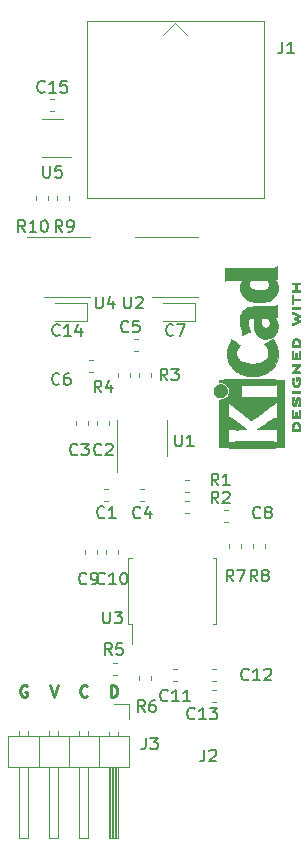
<source format=gto>
%TF.GenerationSoftware,KiCad,Pcbnew,(5.1.10)-1*%
%TF.CreationDate,2021-06-07T23:37:25-05:00*%
%TF.ProjectId,phMeter,70684d65-7465-4722-9e6b-696361645f70,rev?*%
%TF.SameCoordinates,Original*%
%TF.FileFunction,Legend,Top*%
%TF.FilePolarity,Positive*%
%FSLAX46Y46*%
G04 Gerber Fmt 4.6, Leading zero omitted, Abs format (unit mm)*
G04 Created by KiCad (PCBNEW (5.1.10)-1) date 2021-06-07 23:37:25*
%MOMM*%
%LPD*%
G01*
G04 APERTURE LIST*
%ADD10C,0.254000*%
%ADD11C,0.010000*%
%ADD12C,0.120000*%
%ADD13C,0.150000*%
G04 APERTURE END LIST*
D10*
X138823095Y-130175000D02*
X138726333Y-130126619D01*
X138581190Y-130126619D01*
X138436047Y-130175000D01*
X138339285Y-130271761D01*
X138290904Y-130368523D01*
X138242523Y-130562047D01*
X138242523Y-130707190D01*
X138290904Y-130900714D01*
X138339285Y-130997476D01*
X138436047Y-131094238D01*
X138581190Y-131142619D01*
X138677952Y-131142619D01*
X138823095Y-131094238D01*
X138871476Y-131045857D01*
X138871476Y-130707190D01*
X138677952Y-130707190D01*
X140758333Y-130126619D02*
X141097000Y-131142619D01*
X141435666Y-130126619D01*
X143951476Y-131045857D02*
X143903095Y-131094238D01*
X143757952Y-131142619D01*
X143661190Y-131142619D01*
X143516047Y-131094238D01*
X143419285Y-130997476D01*
X143370904Y-130900714D01*
X143322523Y-130707190D01*
X143322523Y-130562047D01*
X143370904Y-130368523D01*
X143419285Y-130271761D01*
X143516047Y-130175000D01*
X143661190Y-130126619D01*
X143757952Y-130126619D01*
X143903095Y-130175000D01*
X143951476Y-130223380D01*
X145910904Y-131142619D02*
X145910904Y-130126619D01*
X146152809Y-130126619D01*
X146297952Y-130175000D01*
X146394714Y-130271761D01*
X146443095Y-130368523D01*
X146491476Y-130562047D01*
X146491476Y-130707190D01*
X146443095Y-130900714D01*
X146394714Y-130997476D01*
X146297952Y-131094238D01*
X146152809Y-131142619D01*
X145910904Y-131142619D01*
D11*
%TO.C,REF\u002A\u002A*%
G36*
X155080689Y-108317743D02*
G01*
X155080725Y-108053220D01*
X155080730Y-107930088D01*
X155080730Y-105959189D01*
X155196910Y-105959189D01*
X155338291Y-105946789D01*
X155468684Y-105909364D01*
X155588862Y-105846577D01*
X155699602Y-105758094D01*
X155729511Y-105728157D01*
X155814348Y-105620466D01*
X155876221Y-105501725D01*
X155915159Y-105375460D01*
X155931190Y-105245197D01*
X155924342Y-105114465D01*
X155894643Y-104986788D01*
X155842120Y-104865695D01*
X155766803Y-104754712D01*
X155721363Y-104704868D01*
X155609952Y-104611983D01*
X155487435Y-104543873D01*
X155355215Y-104501129D01*
X155214692Y-104484347D01*
X155200867Y-104484124D01*
X155080734Y-104483244D01*
X155080732Y-104430443D01*
X155087089Y-104383604D01*
X155102556Y-104340817D01*
X155104154Y-104337989D01*
X155109168Y-104328325D01*
X155113073Y-104319451D01*
X155117007Y-104311335D01*
X155122106Y-104303943D01*
X155129508Y-104297245D01*
X155140351Y-104291208D01*
X155155772Y-104285801D01*
X155176909Y-104280990D01*
X155204899Y-104276745D01*
X155240879Y-104273032D01*
X155285987Y-104269821D01*
X155341360Y-104267078D01*
X155408137Y-104264772D01*
X155487453Y-104262871D01*
X155580447Y-104261342D01*
X155688257Y-104260154D01*
X155812019Y-104259274D01*
X155952871Y-104258670D01*
X156111950Y-104258311D01*
X156290395Y-104258165D01*
X156489342Y-104258198D01*
X156709929Y-104258380D01*
X156953293Y-104258677D01*
X157220572Y-104259059D01*
X157512903Y-104259492D01*
X157831424Y-104259945D01*
X157870230Y-104259998D01*
X158190782Y-104260404D01*
X158485012Y-104260749D01*
X158754056Y-104261069D01*
X158999052Y-104261400D01*
X159221137Y-104261779D01*
X159421447Y-104262243D01*
X159601119Y-104262828D01*
X159761290Y-104263570D01*
X159903098Y-104264506D01*
X160027679Y-104265673D01*
X160136170Y-104267107D01*
X160229707Y-104268844D01*
X160309429Y-104270922D01*
X160376472Y-104273376D01*
X160431973Y-104276244D01*
X160477068Y-104279561D01*
X160512895Y-104283364D01*
X160540591Y-104287690D01*
X160561293Y-104292575D01*
X160576137Y-104298055D01*
X160586260Y-104304168D01*
X160592800Y-104310950D01*
X160596893Y-104318437D01*
X160599676Y-104326666D01*
X160602287Y-104335673D01*
X160605862Y-104345495D01*
X160606950Y-104347894D01*
X160609396Y-104355435D01*
X160611642Y-104368056D01*
X160613698Y-104386859D01*
X160615572Y-104412947D01*
X160617271Y-104447422D01*
X160618803Y-104491385D01*
X160620177Y-104545939D01*
X160621400Y-104612185D01*
X160622481Y-104691226D01*
X160623427Y-104784163D01*
X160624247Y-104892099D01*
X160624947Y-105016136D01*
X160625538Y-105157376D01*
X160626025Y-105316921D01*
X160626419Y-105495872D01*
X160626725Y-105695332D01*
X160626953Y-105916404D01*
X160627110Y-106160188D01*
X160627205Y-106427787D01*
X160627245Y-106720303D01*
X160627238Y-107038839D01*
X160627228Y-107142021D01*
X160627176Y-107467623D01*
X160627091Y-107766881D01*
X160626963Y-108040909D01*
X160626785Y-108290824D01*
X160626548Y-108517740D01*
X160626242Y-108722773D01*
X160625860Y-108907038D01*
X160625392Y-109071650D01*
X160624830Y-109217725D01*
X160624165Y-109346376D01*
X160623388Y-109458721D01*
X160622491Y-109555874D01*
X160621465Y-109638950D01*
X160620301Y-109709064D01*
X160618991Y-109767332D01*
X160617525Y-109814869D01*
X160615896Y-109852790D01*
X160614093Y-109882210D01*
X160612110Y-109904245D01*
X160609936Y-109920010D01*
X160607563Y-109930620D01*
X160605391Y-109936404D01*
X160601056Y-109946684D01*
X160597859Y-109956122D01*
X160594665Y-109964755D01*
X160590338Y-109972619D01*
X160583744Y-109979748D01*
X160573747Y-109986179D01*
X160559212Y-109991947D01*
X160539003Y-109997089D01*
X160511985Y-110001640D01*
X160477023Y-110005635D01*
X160432981Y-110009111D01*
X160378724Y-110012102D01*
X160313117Y-110014646D01*
X160235024Y-110016777D01*
X160143310Y-110018532D01*
X160036840Y-110019945D01*
X159995973Y-110020315D01*
X159995973Y-109653884D01*
X159995973Y-108358734D01*
X159958217Y-108383655D01*
X159919417Y-108408447D01*
X159882469Y-108429440D01*
X159844788Y-108446935D01*
X159803788Y-108461230D01*
X159756883Y-108472623D01*
X159701487Y-108481413D01*
X159635016Y-108487898D01*
X159554883Y-108492377D01*
X159458502Y-108495150D01*
X159343289Y-108496513D01*
X159206657Y-108496767D01*
X159046020Y-108496209D01*
X158986382Y-108495893D01*
X158347041Y-108492325D01*
X158898449Y-108087298D01*
X159054876Y-107972554D01*
X159191088Y-107873143D01*
X159308890Y-107787990D01*
X159410084Y-107716022D01*
X159496477Y-107656166D01*
X159569874Y-107607348D01*
X159632077Y-107568495D01*
X159684893Y-107538534D01*
X159730125Y-107516391D01*
X159769578Y-107500993D01*
X159805058Y-107491266D01*
X159838368Y-107486137D01*
X159871313Y-107484532D01*
X159905697Y-107485379D01*
X159910019Y-107485595D01*
X159996031Y-107490054D01*
X159995973Y-106070692D01*
X159889522Y-106176265D01*
X159860406Y-106204913D01*
X159832076Y-106232090D01*
X159802968Y-106258989D01*
X159771520Y-106286803D01*
X159736169Y-106316725D01*
X159695354Y-106349946D01*
X159647511Y-106387661D01*
X159591079Y-106431060D01*
X159524494Y-106481338D01*
X159446195Y-106539688D01*
X159354619Y-106607300D01*
X159248204Y-106685369D01*
X159125387Y-106775088D01*
X158984605Y-106877648D01*
X158824297Y-106994242D01*
X158692798Y-107089809D01*
X158527596Y-107209749D01*
X158383152Y-107314380D01*
X158258094Y-107404648D01*
X158151052Y-107481503D01*
X158060654Y-107545891D01*
X157985529Y-107598761D01*
X157924304Y-107641060D01*
X157875610Y-107673736D01*
X157838074Y-107697738D01*
X157810325Y-107714013D01*
X157790992Y-107723508D01*
X157778703Y-107727173D01*
X157772242Y-107726071D01*
X157755048Y-107712724D01*
X157718655Y-107683866D01*
X157665224Y-107641240D01*
X157596919Y-107586585D01*
X157515903Y-107521644D01*
X157424340Y-107448158D01*
X157324392Y-107367868D01*
X157218224Y-107282515D01*
X157107997Y-107193840D01*
X156995876Y-107103586D01*
X156934244Y-107053944D01*
X156934244Y-105821373D01*
X157026919Y-105770146D01*
X157119595Y-105718919D01*
X159810622Y-105718919D01*
X159903298Y-105770146D01*
X159995973Y-105821373D01*
X159995973Y-105215396D01*
X159995931Y-105070734D01*
X159995741Y-104951244D01*
X159995308Y-104854642D01*
X159994536Y-104778642D01*
X159993330Y-104720957D01*
X159991594Y-104679301D01*
X159989232Y-104651389D01*
X159986150Y-104634935D01*
X159982251Y-104627652D01*
X159977440Y-104627255D01*
X159971622Y-104631458D01*
X159971574Y-104631501D01*
X159946532Y-104648813D01*
X159905815Y-104671736D01*
X159865168Y-104691981D01*
X159783162Y-104730379D01*
X156934244Y-104738211D01*
X156934244Y-105821373D01*
X156934244Y-107053944D01*
X156884024Y-107013493D01*
X156774604Y-106925302D01*
X156669778Y-106840754D01*
X156571711Y-106761592D01*
X156482566Y-106689556D01*
X156404505Y-106626387D01*
X156339692Y-106573827D01*
X156290290Y-106533617D01*
X156261487Y-106510000D01*
X156153778Y-106418290D01*
X156056580Y-106330060D01*
X155973076Y-106248403D01*
X155906448Y-106176410D01*
X155865599Y-106125319D01*
X155822135Y-106064907D01*
X155822135Y-107454298D01*
X155903666Y-107453908D01*
X155963606Y-107457791D01*
X156019177Y-107472390D01*
X156071855Y-107494988D01*
X156101615Y-107509678D01*
X156131103Y-107525472D01*
X156162276Y-107543814D01*
X156197093Y-107566145D01*
X156237510Y-107593909D01*
X156285486Y-107628549D01*
X156342978Y-107671507D01*
X156411943Y-107724227D01*
X156494339Y-107788151D01*
X156592124Y-107864721D01*
X156707255Y-107955381D01*
X156841690Y-108061574D01*
X156856859Y-108073568D01*
X157386412Y-108492325D01*
X156799922Y-108496378D01*
X156624251Y-108497195D01*
X156475532Y-108497021D01*
X156353275Y-108495849D01*
X156256989Y-108493669D01*
X156186183Y-108490474D01*
X156140369Y-108486256D01*
X156131679Y-108484838D01*
X156040135Y-108462591D01*
X155957608Y-108433443D01*
X155891253Y-108400182D01*
X155863110Y-108380200D01*
X155822135Y-108345722D01*
X155822135Y-108999914D01*
X155822269Y-109155969D01*
X155822703Y-109286467D01*
X155823489Y-109393310D01*
X155824676Y-109478398D01*
X155826317Y-109543635D01*
X155828461Y-109590921D01*
X155831159Y-109622157D01*
X155834462Y-109639246D01*
X155838421Y-109644088D01*
X155839298Y-109643753D01*
X155860231Y-109629885D01*
X155893412Y-109606732D01*
X155910193Y-109594754D01*
X155926940Y-109582369D01*
X155941915Y-109571237D01*
X155956594Y-109561288D01*
X155972449Y-109552451D01*
X155990955Y-109544657D01*
X156013585Y-109537835D01*
X156041813Y-109531916D01*
X156077113Y-109526829D01*
X156120958Y-109522504D01*
X156174822Y-109518871D01*
X156240180Y-109515860D01*
X156318504Y-109513401D01*
X156411268Y-109511423D01*
X156519947Y-109509858D01*
X156646013Y-109508634D01*
X156790942Y-109507681D01*
X156956206Y-109506930D01*
X157143279Y-109506311D01*
X157353635Y-109505752D01*
X157588748Y-109505185D01*
X157804741Y-109504655D01*
X158045535Y-109504155D01*
X158275274Y-109503895D01*
X158492493Y-109503868D01*
X158695722Y-109504067D01*
X158883496Y-109504486D01*
X159054345Y-109505118D01*
X159206803Y-109505956D01*
X159339403Y-109506992D01*
X159450676Y-109508220D01*
X159539156Y-109509633D01*
X159603375Y-109511225D01*
X159641865Y-109512987D01*
X159645933Y-109513321D01*
X159739248Y-109525466D01*
X159814190Y-109544427D01*
X159879594Y-109573302D01*
X159944293Y-109615190D01*
X159951352Y-109620429D01*
X159995973Y-109653884D01*
X159995973Y-110020315D01*
X159914479Y-110021054D01*
X159775090Y-110021893D01*
X159617539Y-110022498D01*
X159440691Y-110022905D01*
X159243410Y-110023150D01*
X159024560Y-110023267D01*
X158783007Y-110023295D01*
X158517615Y-110023267D01*
X158227249Y-110023220D01*
X157910773Y-110023190D01*
X157847946Y-110023189D01*
X157528137Y-110023172D01*
X157234661Y-110023112D01*
X156966390Y-110023002D01*
X156722198Y-110022833D01*
X156500957Y-110022597D01*
X156301540Y-110022284D01*
X156122820Y-110021885D01*
X155963671Y-110021393D01*
X155822966Y-110020797D01*
X155699576Y-110020090D01*
X155592376Y-110019263D01*
X155500238Y-110018307D01*
X155422035Y-110017213D01*
X155356641Y-110015973D01*
X155302928Y-110014578D01*
X155259769Y-110013018D01*
X155226037Y-110011286D01*
X155200605Y-110009372D01*
X155182347Y-110007268D01*
X155170134Y-110004966D01*
X155162841Y-110002455D01*
X155162659Y-110002363D01*
X155151518Y-109997192D01*
X155141431Y-109992885D01*
X155132346Y-109988121D01*
X155124212Y-109981578D01*
X155116976Y-109971935D01*
X155110586Y-109957871D01*
X155104989Y-109938063D01*
X155100133Y-109911191D01*
X155095966Y-109875933D01*
X155092436Y-109830968D01*
X155089491Y-109774974D01*
X155087077Y-109706629D01*
X155085144Y-109624614D01*
X155083638Y-109527605D01*
X155082508Y-109414282D01*
X155081702Y-109283323D01*
X155081166Y-109133407D01*
X155080849Y-108963213D01*
X155080699Y-108771418D01*
X155080663Y-108556702D01*
X155080689Y-108317743D01*
G37*
X155080689Y-108317743D02*
X155080725Y-108053220D01*
X155080730Y-107930088D01*
X155080730Y-105959189D01*
X155196910Y-105959189D01*
X155338291Y-105946789D01*
X155468684Y-105909364D01*
X155588862Y-105846577D01*
X155699602Y-105758094D01*
X155729511Y-105728157D01*
X155814348Y-105620466D01*
X155876221Y-105501725D01*
X155915159Y-105375460D01*
X155931190Y-105245197D01*
X155924342Y-105114465D01*
X155894643Y-104986788D01*
X155842120Y-104865695D01*
X155766803Y-104754712D01*
X155721363Y-104704868D01*
X155609952Y-104611983D01*
X155487435Y-104543873D01*
X155355215Y-104501129D01*
X155214692Y-104484347D01*
X155200867Y-104484124D01*
X155080734Y-104483244D01*
X155080732Y-104430443D01*
X155087089Y-104383604D01*
X155102556Y-104340817D01*
X155104154Y-104337989D01*
X155109168Y-104328325D01*
X155113073Y-104319451D01*
X155117007Y-104311335D01*
X155122106Y-104303943D01*
X155129508Y-104297245D01*
X155140351Y-104291208D01*
X155155772Y-104285801D01*
X155176909Y-104280990D01*
X155204899Y-104276745D01*
X155240879Y-104273032D01*
X155285987Y-104269821D01*
X155341360Y-104267078D01*
X155408137Y-104264772D01*
X155487453Y-104262871D01*
X155580447Y-104261342D01*
X155688257Y-104260154D01*
X155812019Y-104259274D01*
X155952871Y-104258670D01*
X156111950Y-104258311D01*
X156290395Y-104258165D01*
X156489342Y-104258198D01*
X156709929Y-104258380D01*
X156953293Y-104258677D01*
X157220572Y-104259059D01*
X157512903Y-104259492D01*
X157831424Y-104259945D01*
X157870230Y-104259998D01*
X158190782Y-104260404D01*
X158485012Y-104260749D01*
X158754056Y-104261069D01*
X158999052Y-104261400D01*
X159221137Y-104261779D01*
X159421447Y-104262243D01*
X159601119Y-104262828D01*
X159761290Y-104263570D01*
X159903098Y-104264506D01*
X160027679Y-104265673D01*
X160136170Y-104267107D01*
X160229707Y-104268844D01*
X160309429Y-104270922D01*
X160376472Y-104273376D01*
X160431973Y-104276244D01*
X160477068Y-104279561D01*
X160512895Y-104283364D01*
X160540591Y-104287690D01*
X160561293Y-104292575D01*
X160576137Y-104298055D01*
X160586260Y-104304168D01*
X160592800Y-104310950D01*
X160596893Y-104318437D01*
X160599676Y-104326666D01*
X160602287Y-104335673D01*
X160605862Y-104345495D01*
X160606950Y-104347894D01*
X160609396Y-104355435D01*
X160611642Y-104368056D01*
X160613698Y-104386859D01*
X160615572Y-104412947D01*
X160617271Y-104447422D01*
X160618803Y-104491385D01*
X160620177Y-104545939D01*
X160621400Y-104612185D01*
X160622481Y-104691226D01*
X160623427Y-104784163D01*
X160624247Y-104892099D01*
X160624947Y-105016136D01*
X160625538Y-105157376D01*
X160626025Y-105316921D01*
X160626419Y-105495872D01*
X160626725Y-105695332D01*
X160626953Y-105916404D01*
X160627110Y-106160188D01*
X160627205Y-106427787D01*
X160627245Y-106720303D01*
X160627238Y-107038839D01*
X160627228Y-107142021D01*
X160627176Y-107467623D01*
X160627091Y-107766881D01*
X160626963Y-108040909D01*
X160626785Y-108290824D01*
X160626548Y-108517740D01*
X160626242Y-108722773D01*
X160625860Y-108907038D01*
X160625392Y-109071650D01*
X160624830Y-109217725D01*
X160624165Y-109346376D01*
X160623388Y-109458721D01*
X160622491Y-109555874D01*
X160621465Y-109638950D01*
X160620301Y-109709064D01*
X160618991Y-109767332D01*
X160617525Y-109814869D01*
X160615896Y-109852790D01*
X160614093Y-109882210D01*
X160612110Y-109904245D01*
X160609936Y-109920010D01*
X160607563Y-109930620D01*
X160605391Y-109936404D01*
X160601056Y-109946684D01*
X160597859Y-109956122D01*
X160594665Y-109964755D01*
X160590338Y-109972619D01*
X160583744Y-109979748D01*
X160573747Y-109986179D01*
X160559212Y-109991947D01*
X160539003Y-109997089D01*
X160511985Y-110001640D01*
X160477023Y-110005635D01*
X160432981Y-110009111D01*
X160378724Y-110012102D01*
X160313117Y-110014646D01*
X160235024Y-110016777D01*
X160143310Y-110018532D01*
X160036840Y-110019945D01*
X159995973Y-110020315D01*
X159995973Y-109653884D01*
X159995973Y-108358734D01*
X159958217Y-108383655D01*
X159919417Y-108408447D01*
X159882469Y-108429440D01*
X159844788Y-108446935D01*
X159803788Y-108461230D01*
X159756883Y-108472623D01*
X159701487Y-108481413D01*
X159635016Y-108487898D01*
X159554883Y-108492377D01*
X159458502Y-108495150D01*
X159343289Y-108496513D01*
X159206657Y-108496767D01*
X159046020Y-108496209D01*
X158986382Y-108495893D01*
X158347041Y-108492325D01*
X158898449Y-108087298D01*
X159054876Y-107972554D01*
X159191088Y-107873143D01*
X159308890Y-107787990D01*
X159410084Y-107716022D01*
X159496477Y-107656166D01*
X159569874Y-107607348D01*
X159632077Y-107568495D01*
X159684893Y-107538534D01*
X159730125Y-107516391D01*
X159769578Y-107500993D01*
X159805058Y-107491266D01*
X159838368Y-107486137D01*
X159871313Y-107484532D01*
X159905697Y-107485379D01*
X159910019Y-107485595D01*
X159996031Y-107490054D01*
X159995973Y-106070692D01*
X159889522Y-106176265D01*
X159860406Y-106204913D01*
X159832076Y-106232090D01*
X159802968Y-106258989D01*
X159771520Y-106286803D01*
X159736169Y-106316725D01*
X159695354Y-106349946D01*
X159647511Y-106387661D01*
X159591079Y-106431060D01*
X159524494Y-106481338D01*
X159446195Y-106539688D01*
X159354619Y-106607300D01*
X159248204Y-106685369D01*
X159125387Y-106775088D01*
X158984605Y-106877648D01*
X158824297Y-106994242D01*
X158692798Y-107089809D01*
X158527596Y-107209749D01*
X158383152Y-107314380D01*
X158258094Y-107404648D01*
X158151052Y-107481503D01*
X158060654Y-107545891D01*
X157985529Y-107598761D01*
X157924304Y-107641060D01*
X157875610Y-107673736D01*
X157838074Y-107697738D01*
X157810325Y-107714013D01*
X157790992Y-107723508D01*
X157778703Y-107727173D01*
X157772242Y-107726071D01*
X157755048Y-107712724D01*
X157718655Y-107683866D01*
X157665224Y-107641240D01*
X157596919Y-107586585D01*
X157515903Y-107521644D01*
X157424340Y-107448158D01*
X157324392Y-107367868D01*
X157218224Y-107282515D01*
X157107997Y-107193840D01*
X156995876Y-107103586D01*
X156934244Y-107053944D01*
X156934244Y-105821373D01*
X157026919Y-105770146D01*
X157119595Y-105718919D01*
X159810622Y-105718919D01*
X159903298Y-105770146D01*
X159995973Y-105821373D01*
X159995973Y-105215396D01*
X159995931Y-105070734D01*
X159995741Y-104951244D01*
X159995308Y-104854642D01*
X159994536Y-104778642D01*
X159993330Y-104720957D01*
X159991594Y-104679301D01*
X159989232Y-104651389D01*
X159986150Y-104634935D01*
X159982251Y-104627652D01*
X159977440Y-104627255D01*
X159971622Y-104631458D01*
X159971574Y-104631501D01*
X159946532Y-104648813D01*
X159905815Y-104671736D01*
X159865168Y-104691981D01*
X159783162Y-104730379D01*
X156934244Y-104738211D01*
X156934244Y-105821373D01*
X156934244Y-107053944D01*
X156884024Y-107013493D01*
X156774604Y-106925302D01*
X156669778Y-106840754D01*
X156571711Y-106761592D01*
X156482566Y-106689556D01*
X156404505Y-106626387D01*
X156339692Y-106573827D01*
X156290290Y-106533617D01*
X156261487Y-106510000D01*
X156153778Y-106418290D01*
X156056580Y-106330060D01*
X155973076Y-106248403D01*
X155906448Y-106176410D01*
X155865599Y-106125319D01*
X155822135Y-106064907D01*
X155822135Y-107454298D01*
X155903666Y-107453908D01*
X155963606Y-107457791D01*
X156019177Y-107472390D01*
X156071855Y-107494988D01*
X156101615Y-107509678D01*
X156131103Y-107525472D01*
X156162276Y-107543814D01*
X156197093Y-107566145D01*
X156237510Y-107593909D01*
X156285486Y-107628549D01*
X156342978Y-107671507D01*
X156411943Y-107724227D01*
X156494339Y-107788151D01*
X156592124Y-107864721D01*
X156707255Y-107955381D01*
X156841690Y-108061574D01*
X156856859Y-108073568D01*
X157386412Y-108492325D01*
X156799922Y-108496378D01*
X156624251Y-108497195D01*
X156475532Y-108497021D01*
X156353275Y-108495849D01*
X156256989Y-108493669D01*
X156186183Y-108490474D01*
X156140369Y-108486256D01*
X156131679Y-108484838D01*
X156040135Y-108462591D01*
X155957608Y-108433443D01*
X155891253Y-108400182D01*
X155863110Y-108380200D01*
X155822135Y-108345722D01*
X155822135Y-108999914D01*
X155822269Y-109155969D01*
X155822703Y-109286467D01*
X155823489Y-109393310D01*
X155824676Y-109478398D01*
X155826317Y-109543635D01*
X155828461Y-109590921D01*
X155831159Y-109622157D01*
X155834462Y-109639246D01*
X155838421Y-109644088D01*
X155839298Y-109643753D01*
X155860231Y-109629885D01*
X155893412Y-109606732D01*
X155910193Y-109594754D01*
X155926940Y-109582369D01*
X155941915Y-109571237D01*
X155956594Y-109561288D01*
X155972449Y-109552451D01*
X155990955Y-109544657D01*
X156013585Y-109537835D01*
X156041813Y-109531916D01*
X156077113Y-109526829D01*
X156120958Y-109522504D01*
X156174822Y-109518871D01*
X156240180Y-109515860D01*
X156318504Y-109513401D01*
X156411268Y-109511423D01*
X156519947Y-109509858D01*
X156646013Y-109508634D01*
X156790942Y-109507681D01*
X156956206Y-109506930D01*
X157143279Y-109506311D01*
X157353635Y-109505752D01*
X157588748Y-109505185D01*
X157804741Y-109504655D01*
X158045535Y-109504155D01*
X158275274Y-109503895D01*
X158492493Y-109503868D01*
X158695722Y-109504067D01*
X158883496Y-109504486D01*
X159054345Y-109505118D01*
X159206803Y-109505956D01*
X159339403Y-109506992D01*
X159450676Y-109508220D01*
X159539156Y-109509633D01*
X159603375Y-109511225D01*
X159641865Y-109512987D01*
X159645933Y-109513321D01*
X159739248Y-109525466D01*
X159814190Y-109544427D01*
X159879594Y-109573302D01*
X159944293Y-109615190D01*
X159951352Y-109620429D01*
X159995973Y-109653884D01*
X159995973Y-110020315D01*
X159914479Y-110021054D01*
X159775090Y-110021893D01*
X159617539Y-110022498D01*
X159440691Y-110022905D01*
X159243410Y-110023150D01*
X159024560Y-110023267D01*
X158783007Y-110023295D01*
X158517615Y-110023267D01*
X158227249Y-110023220D01*
X157910773Y-110023190D01*
X157847946Y-110023189D01*
X157528137Y-110023172D01*
X157234661Y-110023112D01*
X156966390Y-110023002D01*
X156722198Y-110022833D01*
X156500957Y-110022597D01*
X156301540Y-110022284D01*
X156122820Y-110021885D01*
X155963671Y-110021393D01*
X155822966Y-110020797D01*
X155699576Y-110020090D01*
X155592376Y-110019263D01*
X155500238Y-110018307D01*
X155422035Y-110017213D01*
X155356641Y-110015973D01*
X155302928Y-110014578D01*
X155259769Y-110013018D01*
X155226037Y-110011286D01*
X155200605Y-110009372D01*
X155182347Y-110007268D01*
X155170134Y-110004966D01*
X155162841Y-110002455D01*
X155162659Y-110002363D01*
X155151518Y-109997192D01*
X155141431Y-109992885D01*
X155132346Y-109988121D01*
X155124212Y-109981578D01*
X155116976Y-109971935D01*
X155110586Y-109957871D01*
X155104989Y-109938063D01*
X155100133Y-109911191D01*
X155095966Y-109875933D01*
X155092436Y-109830968D01*
X155089491Y-109774974D01*
X155087077Y-109706629D01*
X155085144Y-109624614D01*
X155083638Y-109527605D01*
X155082508Y-109414282D01*
X155081702Y-109283323D01*
X155081166Y-109133407D01*
X155080849Y-108963213D01*
X155080699Y-108771418D01*
X155080663Y-108556702D01*
X155080689Y-108317743D01*
G36*
X155767499Y-101922038D02*
G01*
X155783707Y-101773986D01*
X155812718Y-101630548D01*
X155856045Y-101485890D01*
X155915201Y-101334176D01*
X155991700Y-101169572D01*
X156006517Y-101139929D01*
X156040031Y-101071902D01*
X156070208Y-101007744D01*
X156094166Y-100953785D01*
X156109024Y-100916360D01*
X156110895Y-100910611D01*
X156127402Y-100855514D01*
X156486201Y-101102149D01*
X156573893Y-101162448D01*
X156654012Y-101217578D01*
X156723836Y-101265664D01*
X156780647Y-101304832D01*
X156821723Y-101333206D01*
X156844346Y-101348913D01*
X156847928Y-101351464D01*
X156840438Y-101361829D01*
X156817918Y-101387340D01*
X156784461Y-101423437D01*
X156765550Y-101443358D01*
X156675778Y-101556227D01*
X156607561Y-101682986D01*
X156570195Y-101792217D01*
X156558460Y-101857786D01*
X156551308Y-101939884D01*
X156548874Y-102028856D01*
X156551288Y-102115044D01*
X156558683Y-102188795D01*
X156564347Y-102218224D01*
X156609982Y-102350867D01*
X156679663Y-102470394D01*
X156773260Y-102576717D01*
X156890649Y-102669747D01*
X157031700Y-102749395D01*
X157196286Y-102815574D01*
X157384280Y-102868194D01*
X157545217Y-102899467D01*
X157616263Y-102907626D01*
X157708046Y-102913185D01*
X157813968Y-102916198D01*
X157927434Y-102916719D01*
X158041849Y-102914800D01*
X158150617Y-102910497D01*
X158247143Y-102903863D01*
X158324831Y-102894951D01*
X158336817Y-102893021D01*
X158529892Y-102850501D01*
X158700773Y-102792567D01*
X158850224Y-102718867D01*
X158979011Y-102629049D01*
X159048639Y-102565293D01*
X159143173Y-102450714D01*
X159213246Y-102325058D01*
X159258477Y-102190443D01*
X159278484Y-102048989D01*
X159272885Y-101902817D01*
X159241300Y-101754045D01*
X159210394Y-101666089D01*
X159148506Y-101544371D01*
X159059729Y-101418920D01*
X158999694Y-101348647D01*
X158964947Y-101309189D01*
X158939454Y-101278188D01*
X158927170Y-101260542D01*
X158926795Y-101258352D01*
X158939347Y-101250476D01*
X158972516Y-101230068D01*
X159023458Y-101198868D01*
X159089331Y-101158614D01*
X159167289Y-101111043D01*
X159254490Y-101057896D01*
X159303067Y-101028313D01*
X159674215Y-100802352D01*
X159813639Y-101084473D01*
X159863719Y-101186478D01*
X159903210Y-101269111D01*
X159934073Y-101337422D01*
X159958268Y-101396463D01*
X159977758Y-101451286D01*
X159994503Y-101506940D01*
X160010465Y-101568477D01*
X160024482Y-101627460D01*
X160035329Y-101679885D01*
X160043526Y-101734712D01*
X160049528Y-101797428D01*
X160053790Y-101873523D01*
X160056767Y-101968484D01*
X160058052Y-102032487D01*
X160058930Y-102123808D01*
X160058487Y-102211373D01*
X160056852Y-102289388D01*
X160054149Y-102352058D01*
X160050505Y-102393587D01*
X160050142Y-102396048D01*
X160003487Y-102611697D01*
X159932729Y-102814207D01*
X159837914Y-103003505D01*
X159719089Y-103179521D01*
X159576300Y-103342184D01*
X159409594Y-103491422D01*
X159261433Y-103599504D01*
X159067502Y-103714566D01*
X158862699Y-103807577D01*
X158645383Y-103878987D01*
X158413912Y-103929244D01*
X158166643Y-103958799D01*
X157915559Y-103968111D01*
X157672670Y-103960452D01*
X157448570Y-103936387D01*
X157239477Y-103895148D01*
X157041613Y-103835973D01*
X156851196Y-103758096D01*
X156831468Y-103748797D01*
X156647059Y-103646352D01*
X156471576Y-103520528D01*
X156308650Y-103374888D01*
X156161914Y-103212999D01*
X156035001Y-103038424D01*
X155941905Y-102875756D01*
X155868991Y-102711427D01*
X155816174Y-102546749D01*
X155782015Y-102375348D01*
X155765078Y-102190847D01*
X155762580Y-102080541D01*
X155767499Y-101922038D01*
G37*
X155767499Y-101922038D02*
X155783707Y-101773986D01*
X155812718Y-101630548D01*
X155856045Y-101485890D01*
X155915201Y-101334176D01*
X155991700Y-101169572D01*
X156006517Y-101139929D01*
X156040031Y-101071902D01*
X156070208Y-101007744D01*
X156094166Y-100953785D01*
X156109024Y-100916360D01*
X156110895Y-100910611D01*
X156127402Y-100855514D01*
X156486201Y-101102149D01*
X156573893Y-101162448D01*
X156654012Y-101217578D01*
X156723836Y-101265664D01*
X156780647Y-101304832D01*
X156821723Y-101333206D01*
X156844346Y-101348913D01*
X156847928Y-101351464D01*
X156840438Y-101361829D01*
X156817918Y-101387340D01*
X156784461Y-101423437D01*
X156765550Y-101443358D01*
X156675778Y-101556227D01*
X156607561Y-101682986D01*
X156570195Y-101792217D01*
X156558460Y-101857786D01*
X156551308Y-101939884D01*
X156548874Y-102028856D01*
X156551288Y-102115044D01*
X156558683Y-102188795D01*
X156564347Y-102218224D01*
X156609982Y-102350867D01*
X156679663Y-102470394D01*
X156773260Y-102576717D01*
X156890649Y-102669747D01*
X157031700Y-102749395D01*
X157196286Y-102815574D01*
X157384280Y-102868194D01*
X157545217Y-102899467D01*
X157616263Y-102907626D01*
X157708046Y-102913185D01*
X157813968Y-102916198D01*
X157927434Y-102916719D01*
X158041849Y-102914800D01*
X158150617Y-102910497D01*
X158247143Y-102903863D01*
X158324831Y-102894951D01*
X158336817Y-102893021D01*
X158529892Y-102850501D01*
X158700773Y-102792567D01*
X158850224Y-102718867D01*
X158979011Y-102629049D01*
X159048639Y-102565293D01*
X159143173Y-102450714D01*
X159213246Y-102325058D01*
X159258477Y-102190443D01*
X159278484Y-102048989D01*
X159272885Y-101902817D01*
X159241300Y-101754045D01*
X159210394Y-101666089D01*
X159148506Y-101544371D01*
X159059729Y-101418920D01*
X158999694Y-101348647D01*
X158964947Y-101309189D01*
X158939454Y-101278188D01*
X158927170Y-101260542D01*
X158926795Y-101258352D01*
X158939347Y-101250476D01*
X158972516Y-101230068D01*
X159023458Y-101198868D01*
X159089331Y-101158614D01*
X159167289Y-101111043D01*
X159254490Y-101057896D01*
X159303067Y-101028313D01*
X159674215Y-100802352D01*
X159813639Y-101084473D01*
X159863719Y-101186478D01*
X159903210Y-101269111D01*
X159934073Y-101337422D01*
X159958268Y-101396463D01*
X159977758Y-101451286D01*
X159994503Y-101506940D01*
X160010465Y-101568477D01*
X160024482Y-101627460D01*
X160035329Y-101679885D01*
X160043526Y-101734712D01*
X160049528Y-101797428D01*
X160053790Y-101873523D01*
X160056767Y-101968484D01*
X160058052Y-102032487D01*
X160058930Y-102123808D01*
X160058487Y-102211373D01*
X160056852Y-102289388D01*
X160054149Y-102352058D01*
X160050505Y-102393587D01*
X160050142Y-102396048D01*
X160003487Y-102611697D01*
X159932729Y-102814207D01*
X159837914Y-103003505D01*
X159719089Y-103179521D01*
X159576300Y-103342184D01*
X159409594Y-103491422D01*
X159261433Y-103599504D01*
X159067502Y-103714566D01*
X158862699Y-103807577D01*
X158645383Y-103878987D01*
X158413912Y-103929244D01*
X158166643Y-103958799D01*
X157915559Y-103968111D01*
X157672670Y-103960452D01*
X157448570Y-103936387D01*
X157239477Y-103895148D01*
X157041613Y-103835973D01*
X156851196Y-103758096D01*
X156831468Y-103748797D01*
X156647059Y-103646352D01*
X156471576Y-103520528D01*
X156308650Y-103374888D01*
X156161914Y-103212999D01*
X156035001Y-103038424D01*
X155941905Y-102875756D01*
X155868991Y-102711427D01*
X155816174Y-102546749D01*
X155782015Y-102375348D01*
X155765078Y-102190847D01*
X155762580Y-102080541D01*
X155767499Y-101922038D01*
G36*
X156871229Y-99194495D02*
G01*
X156876378Y-99126469D01*
X156902273Y-98931837D01*
X156943575Y-98759471D01*
X157000853Y-98608530D01*
X157074674Y-98478175D01*
X157165608Y-98367566D01*
X157274222Y-98275865D01*
X157401085Y-98202230D01*
X157538352Y-98148461D01*
X157582137Y-98134813D01*
X157623141Y-98122927D01*
X157663569Y-98112666D01*
X157705630Y-98103887D01*
X157751531Y-98096452D01*
X157803480Y-98090220D01*
X157863685Y-98085050D01*
X157934352Y-98080804D01*
X158017689Y-98077340D01*
X158115905Y-98074519D01*
X158231205Y-98072200D01*
X158365799Y-98070243D01*
X158521893Y-98068509D01*
X158701695Y-98066857D01*
X158842676Y-98065676D01*
X159810622Y-98057730D01*
X159903770Y-98006244D01*
X159948645Y-97981863D01*
X159983501Y-97963720D01*
X160002054Y-97955065D01*
X160003311Y-97954757D01*
X160004749Y-97967986D01*
X160006074Y-98005674D01*
X160007249Y-98064817D01*
X160008237Y-98142414D01*
X160008999Y-98235464D01*
X160009500Y-98340965D01*
X160009701Y-98455916D01*
X160009703Y-98469622D01*
X160009703Y-98984487D01*
X159893000Y-98984487D01*
X159840260Y-98985365D01*
X159799926Y-98987708D01*
X159778300Y-98991079D01*
X159776298Y-98992569D01*
X159784683Y-99006196D01*
X159806692Y-99034243D01*
X159837601Y-99070697D01*
X159838316Y-99071515D01*
X159887843Y-99138038D01*
X159937575Y-99222052D01*
X159982626Y-99314063D01*
X160018110Y-99404579D01*
X160030236Y-99444433D01*
X160045637Y-99523745D01*
X160055465Y-99621065D01*
X160059580Y-99727484D01*
X160057841Y-99834093D01*
X160050108Y-99931983D01*
X160038981Y-100000487D01*
X159989648Y-100168480D01*
X159919342Y-100319719D01*
X159828933Y-100453218D01*
X159719295Y-100567994D01*
X159591299Y-100663063D01*
X159445818Y-100737440D01*
X159357541Y-100769526D01*
X159271739Y-100789635D01*
X159168736Y-100802962D01*
X159058034Y-100809128D01*
X159041925Y-100808926D01*
X159041925Y-99880352D01*
X159124184Y-99872652D01*
X159192546Y-99847011D01*
X159255970Y-99799622D01*
X159274567Y-99781421D01*
X159324846Y-99716718D01*
X159357056Y-99641934D01*
X159372648Y-99552338D01*
X159373796Y-99457988D01*
X159366216Y-99368499D01*
X159351389Y-99299982D01*
X159340253Y-99270225D01*
X159309904Y-99216592D01*
X159267221Y-99159765D01*
X159219317Y-99107918D01*
X159173301Y-99069222D01*
X159156421Y-99058946D01*
X159132782Y-99050958D01*
X159095168Y-99045279D01*
X159039985Y-99041644D01*
X158963640Y-99039789D01*
X158890981Y-99039406D01*
X158806270Y-99039665D01*
X158745018Y-99040713D01*
X158703227Y-99042955D01*
X158676899Y-99046794D01*
X158662035Y-99052635D01*
X158654639Y-99060882D01*
X158653461Y-99063433D01*
X158649833Y-99085600D01*
X158646866Y-99129320D01*
X158644827Y-99188689D01*
X158643983Y-99257804D01*
X158643982Y-99272811D01*
X158645457Y-99365195D01*
X158649842Y-99436568D01*
X158657738Y-99493281D01*
X158669270Y-99540128D01*
X158713215Y-99656331D01*
X158767243Y-99747457D01*
X158832219Y-99814295D01*
X158909005Y-99857635D01*
X158998467Y-99878266D01*
X159041925Y-99880352D01*
X159041925Y-100808926D01*
X158949133Y-100807756D01*
X158851536Y-100798468D01*
X158812105Y-100791223D01*
X158665701Y-100744961D01*
X158530995Y-100674616D01*
X158409280Y-100581516D01*
X158301847Y-100466988D01*
X158209988Y-100332360D01*
X158134996Y-100178960D01*
X158089458Y-100048541D01*
X158065533Y-99961377D01*
X158046943Y-99878004D01*
X158033084Y-99793024D01*
X158023351Y-99701035D01*
X158017141Y-99596638D01*
X158013851Y-99474432D01*
X158012924Y-99363945D01*
X158012027Y-99036323D01*
X157913547Y-99042599D01*
X157806695Y-99060421D01*
X157714852Y-99098333D01*
X157640310Y-99154720D01*
X157585364Y-99227969D01*
X157558552Y-99292465D01*
X157541654Y-99384877D01*
X157539227Y-99494889D01*
X157550378Y-99617344D01*
X157574210Y-99747086D01*
X157609830Y-99878958D01*
X157656343Y-100007802D01*
X157698883Y-100101434D01*
X157720728Y-100146483D01*
X157735984Y-100180844D01*
X157741937Y-100198319D01*
X157741746Y-100199267D01*
X157728412Y-100205297D01*
X157693068Y-100220355D01*
X157639101Y-100243023D01*
X157569896Y-100271885D01*
X157488840Y-100305523D01*
X157406118Y-100339716D01*
X157074803Y-100476414D01*
X157058833Y-100379180D01*
X157050820Y-100337036D01*
X157037361Y-100273681D01*
X157019679Y-100194543D01*
X156998996Y-100105049D01*
X156976532Y-100010627D01*
X156967403Y-99973027D01*
X156929674Y-99810363D01*
X156901388Y-99667950D01*
X156881972Y-99540473D01*
X156870854Y-99422616D01*
X156867464Y-99309062D01*
X156871229Y-99194495D01*
G37*
X156871229Y-99194495D02*
X156876378Y-99126469D01*
X156902273Y-98931837D01*
X156943575Y-98759471D01*
X157000853Y-98608530D01*
X157074674Y-98478175D01*
X157165608Y-98367566D01*
X157274222Y-98275865D01*
X157401085Y-98202230D01*
X157538352Y-98148461D01*
X157582137Y-98134813D01*
X157623141Y-98122927D01*
X157663569Y-98112666D01*
X157705630Y-98103887D01*
X157751531Y-98096452D01*
X157803480Y-98090220D01*
X157863685Y-98085050D01*
X157934352Y-98080804D01*
X158017689Y-98077340D01*
X158115905Y-98074519D01*
X158231205Y-98072200D01*
X158365799Y-98070243D01*
X158521893Y-98068509D01*
X158701695Y-98066857D01*
X158842676Y-98065676D01*
X159810622Y-98057730D01*
X159903770Y-98006244D01*
X159948645Y-97981863D01*
X159983501Y-97963720D01*
X160002054Y-97955065D01*
X160003311Y-97954757D01*
X160004749Y-97967986D01*
X160006074Y-98005674D01*
X160007249Y-98064817D01*
X160008237Y-98142414D01*
X160008999Y-98235464D01*
X160009500Y-98340965D01*
X160009701Y-98455916D01*
X160009703Y-98469622D01*
X160009703Y-98984487D01*
X159893000Y-98984487D01*
X159840260Y-98985365D01*
X159799926Y-98987708D01*
X159778300Y-98991079D01*
X159776298Y-98992569D01*
X159784683Y-99006196D01*
X159806692Y-99034243D01*
X159837601Y-99070697D01*
X159838316Y-99071515D01*
X159887843Y-99138038D01*
X159937575Y-99222052D01*
X159982626Y-99314063D01*
X160018110Y-99404579D01*
X160030236Y-99444433D01*
X160045637Y-99523745D01*
X160055465Y-99621065D01*
X160059580Y-99727484D01*
X160057841Y-99834093D01*
X160050108Y-99931983D01*
X160038981Y-100000487D01*
X159989648Y-100168480D01*
X159919342Y-100319719D01*
X159828933Y-100453218D01*
X159719295Y-100567994D01*
X159591299Y-100663063D01*
X159445818Y-100737440D01*
X159357541Y-100769526D01*
X159271739Y-100789635D01*
X159168736Y-100802962D01*
X159058034Y-100809128D01*
X159041925Y-100808926D01*
X159041925Y-99880352D01*
X159124184Y-99872652D01*
X159192546Y-99847011D01*
X159255970Y-99799622D01*
X159274567Y-99781421D01*
X159324846Y-99716718D01*
X159357056Y-99641934D01*
X159372648Y-99552338D01*
X159373796Y-99457988D01*
X159366216Y-99368499D01*
X159351389Y-99299982D01*
X159340253Y-99270225D01*
X159309904Y-99216592D01*
X159267221Y-99159765D01*
X159219317Y-99107918D01*
X159173301Y-99069222D01*
X159156421Y-99058946D01*
X159132782Y-99050958D01*
X159095168Y-99045279D01*
X159039985Y-99041644D01*
X158963640Y-99039789D01*
X158890981Y-99039406D01*
X158806270Y-99039665D01*
X158745018Y-99040713D01*
X158703227Y-99042955D01*
X158676899Y-99046794D01*
X158662035Y-99052635D01*
X158654639Y-99060882D01*
X158653461Y-99063433D01*
X158649833Y-99085600D01*
X158646866Y-99129320D01*
X158644827Y-99188689D01*
X158643983Y-99257804D01*
X158643982Y-99272811D01*
X158645457Y-99365195D01*
X158649842Y-99436568D01*
X158657738Y-99493281D01*
X158669270Y-99540128D01*
X158713215Y-99656331D01*
X158767243Y-99747457D01*
X158832219Y-99814295D01*
X158909005Y-99857635D01*
X158998467Y-99878266D01*
X159041925Y-99880352D01*
X159041925Y-100808926D01*
X158949133Y-100807756D01*
X158851536Y-100798468D01*
X158812105Y-100791223D01*
X158665701Y-100744961D01*
X158530995Y-100674616D01*
X158409280Y-100581516D01*
X158301847Y-100466988D01*
X158209988Y-100332360D01*
X158134996Y-100178960D01*
X158089458Y-100048541D01*
X158065533Y-99961377D01*
X158046943Y-99878004D01*
X158033084Y-99793024D01*
X158023351Y-99701035D01*
X158017141Y-99596638D01*
X158013851Y-99474432D01*
X158012924Y-99363945D01*
X158012027Y-99036323D01*
X157913547Y-99042599D01*
X157806695Y-99060421D01*
X157714852Y-99098333D01*
X157640310Y-99154720D01*
X157585364Y-99227969D01*
X157558552Y-99292465D01*
X157541654Y-99384877D01*
X157539227Y-99494889D01*
X157550378Y-99617344D01*
X157574210Y-99747086D01*
X157609830Y-99878958D01*
X157656343Y-100007802D01*
X157698883Y-100101434D01*
X157720728Y-100146483D01*
X157735984Y-100180844D01*
X157741937Y-100198319D01*
X157741746Y-100199267D01*
X157728412Y-100205297D01*
X157693068Y-100220355D01*
X157639101Y-100243023D01*
X157569896Y-100271885D01*
X157488840Y-100305523D01*
X157406118Y-100339716D01*
X157074803Y-100476414D01*
X157058833Y-100379180D01*
X157050820Y-100337036D01*
X157037361Y-100273681D01*
X157019679Y-100194543D01*
X156998996Y-100105049D01*
X156976532Y-100010627D01*
X156967403Y-99973027D01*
X156929674Y-99810363D01*
X156901388Y-99667950D01*
X156881972Y-99540473D01*
X156870854Y-99422616D01*
X156867464Y-99309062D01*
X156871229Y-99194495D01*
G36*
X155563825Y-95519730D02*
G01*
X155564304Y-95402959D01*
X155564545Y-95363271D01*
X155568135Y-94817514D01*
X157661919Y-94810649D01*
X157945842Y-94809742D01*
X158203640Y-94808938D01*
X158436646Y-94808185D01*
X158646194Y-94807431D01*
X158833618Y-94806625D01*
X159000250Y-94805715D01*
X159147425Y-94804649D01*
X159276477Y-94803376D01*
X159388739Y-94801844D01*
X159485544Y-94800002D01*
X159568226Y-94797797D01*
X159638119Y-94795178D01*
X159696557Y-94792094D01*
X159744872Y-94788492D01*
X159784400Y-94784322D01*
X159816473Y-94779531D01*
X159842424Y-94774069D01*
X159863589Y-94767882D01*
X159881299Y-94760920D01*
X159896889Y-94753131D01*
X159911693Y-94744463D01*
X159927044Y-94734865D01*
X159944276Y-94724285D01*
X159947946Y-94722116D01*
X160010031Y-94685732D01*
X160006434Y-95211569D01*
X160002838Y-95737406D01*
X159887331Y-95744271D01*
X159831899Y-95748008D01*
X159799851Y-95751903D01*
X159787135Y-95757189D01*
X159789696Y-95765097D01*
X159797024Y-95771730D01*
X159823714Y-95800626D01*
X159858021Y-95847721D01*
X159895846Y-95906380D01*
X159933090Y-95969969D01*
X159965653Y-96031851D01*
X159987077Y-96079366D01*
X160022283Y-96190684D01*
X160047222Y-96318404D01*
X160060941Y-96453099D01*
X160062486Y-96585337D01*
X160050906Y-96705692D01*
X160050574Y-96707674D01*
X160009250Y-96872359D01*
X159943412Y-97026521D01*
X159854474Y-97168672D01*
X159743852Y-97297325D01*
X159612961Y-97410993D01*
X159463216Y-97508190D01*
X159296033Y-97587428D01*
X159172190Y-97630570D01*
X159068581Y-97659021D01*
X158968252Y-97680120D01*
X158865109Y-97694512D01*
X158753057Y-97702842D01*
X158626001Y-97705755D01*
X158522252Y-97704465D01*
X158522252Y-96691350D01*
X158696222Y-96686556D01*
X158845895Y-96671432D01*
X158972597Y-96645515D01*
X159077658Y-96608337D01*
X159162406Y-96559435D01*
X159228169Y-96498342D01*
X159274659Y-96427823D01*
X159292014Y-96391129D01*
X159302419Y-96359304D01*
X159307179Y-96323823D01*
X159307601Y-96276159D01*
X159305748Y-96224811D01*
X159296841Y-96123831D01*
X159279398Y-96043965D01*
X159270661Y-96018865D01*
X159244857Y-95961552D01*
X159212453Y-95901103D01*
X159196233Y-95874703D01*
X159151205Y-95806054D01*
X157723982Y-95806054D01*
X157678718Y-95881568D01*
X157627572Y-95986879D01*
X157597324Y-96094475D01*
X157587795Y-96200419D01*
X157598807Y-96300776D01*
X157630181Y-96391613D01*
X157681740Y-96468993D01*
X157706488Y-96493961D01*
X157787577Y-96554144D01*
X157885734Y-96602855D01*
X158002643Y-96640501D01*
X158139985Y-96667488D01*
X158299444Y-96684225D01*
X158482700Y-96691117D01*
X158522252Y-96691350D01*
X158522252Y-97704465D01*
X158479067Y-97703927D01*
X158253053Y-97692353D01*
X158049192Y-97669080D01*
X157864513Y-97633496D01*
X157696048Y-97584987D01*
X157540826Y-97522940D01*
X157494808Y-97500799D01*
X157344739Y-97411615D01*
X157211377Y-97303841D01*
X157096877Y-97180010D01*
X157003389Y-97042658D01*
X156933068Y-96894317D01*
X156904060Y-96805396D01*
X156886840Y-96718067D01*
X156876594Y-96612989D01*
X156873318Y-96498971D01*
X156877009Y-96384823D01*
X156887660Y-96279352D01*
X156904370Y-96194666D01*
X156937140Y-96093872D01*
X156979279Y-95996178D01*
X157026519Y-95910704D01*
X157058581Y-95865211D01*
X157082422Y-95833831D01*
X157096939Y-95811858D01*
X157099000Y-95806859D01*
X157085718Y-95805310D01*
X157047663Y-95803865D01*
X156987519Y-95802557D01*
X156907973Y-95801417D01*
X156811711Y-95800479D01*
X156701419Y-95799774D01*
X156579781Y-95799333D01*
X156455885Y-95799189D01*
X156297196Y-95799270D01*
X156163408Y-95799665D01*
X156051960Y-95800605D01*
X155960295Y-95802320D01*
X155885853Y-95805043D01*
X155826075Y-95809003D01*
X155778402Y-95814431D01*
X155740274Y-95821559D01*
X155709134Y-95830616D01*
X155682421Y-95841833D01*
X155657577Y-95855442D01*
X155632043Y-95871672D01*
X155628881Y-95873760D01*
X155595810Y-95894694D01*
X155573069Y-95907333D01*
X155568272Y-95909027D01*
X155566759Y-95895784D01*
X155565528Y-95857998D01*
X155564599Y-95798584D01*
X155563992Y-95720458D01*
X155563727Y-95626535D01*
X155563825Y-95519730D01*
G37*
X155563825Y-95519730D02*
X155564304Y-95402959D01*
X155564545Y-95363271D01*
X155568135Y-94817514D01*
X157661919Y-94810649D01*
X157945842Y-94809742D01*
X158203640Y-94808938D01*
X158436646Y-94808185D01*
X158646194Y-94807431D01*
X158833618Y-94806625D01*
X159000250Y-94805715D01*
X159147425Y-94804649D01*
X159276477Y-94803376D01*
X159388739Y-94801844D01*
X159485544Y-94800002D01*
X159568226Y-94797797D01*
X159638119Y-94795178D01*
X159696557Y-94792094D01*
X159744872Y-94788492D01*
X159784400Y-94784322D01*
X159816473Y-94779531D01*
X159842424Y-94774069D01*
X159863589Y-94767882D01*
X159881299Y-94760920D01*
X159896889Y-94753131D01*
X159911693Y-94744463D01*
X159927044Y-94734865D01*
X159944276Y-94724285D01*
X159947946Y-94722116D01*
X160010031Y-94685732D01*
X160006434Y-95211569D01*
X160002838Y-95737406D01*
X159887331Y-95744271D01*
X159831899Y-95748008D01*
X159799851Y-95751903D01*
X159787135Y-95757189D01*
X159789696Y-95765097D01*
X159797024Y-95771730D01*
X159823714Y-95800626D01*
X159858021Y-95847721D01*
X159895846Y-95906380D01*
X159933090Y-95969969D01*
X159965653Y-96031851D01*
X159987077Y-96079366D01*
X160022283Y-96190684D01*
X160047222Y-96318404D01*
X160060941Y-96453099D01*
X160062486Y-96585337D01*
X160050906Y-96705692D01*
X160050574Y-96707674D01*
X160009250Y-96872359D01*
X159943412Y-97026521D01*
X159854474Y-97168672D01*
X159743852Y-97297325D01*
X159612961Y-97410993D01*
X159463216Y-97508190D01*
X159296033Y-97587428D01*
X159172190Y-97630570D01*
X159068581Y-97659021D01*
X158968252Y-97680120D01*
X158865109Y-97694512D01*
X158753057Y-97702842D01*
X158626001Y-97705755D01*
X158522252Y-97704465D01*
X158522252Y-96691350D01*
X158696222Y-96686556D01*
X158845895Y-96671432D01*
X158972597Y-96645515D01*
X159077658Y-96608337D01*
X159162406Y-96559435D01*
X159228169Y-96498342D01*
X159274659Y-96427823D01*
X159292014Y-96391129D01*
X159302419Y-96359304D01*
X159307179Y-96323823D01*
X159307601Y-96276159D01*
X159305748Y-96224811D01*
X159296841Y-96123831D01*
X159279398Y-96043965D01*
X159270661Y-96018865D01*
X159244857Y-95961552D01*
X159212453Y-95901103D01*
X159196233Y-95874703D01*
X159151205Y-95806054D01*
X157723982Y-95806054D01*
X157678718Y-95881568D01*
X157627572Y-95986879D01*
X157597324Y-96094475D01*
X157587795Y-96200419D01*
X157598807Y-96300776D01*
X157630181Y-96391613D01*
X157681740Y-96468993D01*
X157706488Y-96493961D01*
X157787577Y-96554144D01*
X157885734Y-96602855D01*
X158002643Y-96640501D01*
X158139985Y-96667488D01*
X158299444Y-96684225D01*
X158482700Y-96691117D01*
X158522252Y-96691350D01*
X158522252Y-97704465D01*
X158479067Y-97703927D01*
X158253053Y-97692353D01*
X158049192Y-97669080D01*
X157864513Y-97633496D01*
X157696048Y-97584987D01*
X157540826Y-97522940D01*
X157494808Y-97500799D01*
X157344739Y-97411615D01*
X157211377Y-97303841D01*
X157096877Y-97180010D01*
X157003389Y-97042658D01*
X156933068Y-96894317D01*
X156904060Y-96805396D01*
X156886840Y-96718067D01*
X156876594Y-96612989D01*
X156873318Y-96498971D01*
X156877009Y-96384823D01*
X156887660Y-96279352D01*
X156904370Y-96194666D01*
X156937140Y-96093872D01*
X156979279Y-95996178D01*
X157026519Y-95910704D01*
X157058581Y-95865211D01*
X157082422Y-95833831D01*
X157096939Y-95811858D01*
X157099000Y-95806859D01*
X157085718Y-95805310D01*
X157047663Y-95803865D01*
X156987519Y-95802557D01*
X156907973Y-95801417D01*
X156811711Y-95800479D01*
X156701419Y-95799774D01*
X156579781Y-95799333D01*
X156455885Y-95799189D01*
X156297196Y-95799270D01*
X156163408Y-95799665D01*
X156051960Y-95800605D01*
X155960295Y-95802320D01*
X155885853Y-95805043D01*
X155826075Y-95809003D01*
X155778402Y-95814431D01*
X155740274Y-95821559D01*
X155709134Y-95830616D01*
X155682421Y-95841833D01*
X155657577Y-95855442D01*
X155632043Y-95871672D01*
X155628881Y-95873760D01*
X155595810Y-95894694D01*
X155573069Y-95907333D01*
X155568272Y-95909027D01*
X155566759Y-95895784D01*
X155565528Y-95857998D01*
X155564599Y-95798584D01*
X155563992Y-95720458D01*
X155563727Y-95626535D01*
X155563825Y-95519730D01*
G36*
X154643490Y-105088079D02*
G01*
X154679238Y-104984973D01*
X154735507Y-104888978D01*
X154812288Y-104803247D01*
X154909573Y-104730930D01*
X154970892Y-104698445D01*
X155056660Y-104670332D01*
X155155677Y-104656705D01*
X155257471Y-104658214D01*
X155349714Y-104674969D01*
X155462432Y-104720763D01*
X155560207Y-104787168D01*
X155641115Y-104870809D01*
X155703232Y-104968312D01*
X155744634Y-105076300D01*
X155763397Y-105191399D01*
X155757598Y-105310234D01*
X155745206Y-105368811D01*
X155700797Y-105482972D01*
X155633033Y-105584365D01*
X155544001Y-105670545D01*
X155435791Y-105739066D01*
X155423973Y-105744864D01*
X155379628Y-105764904D01*
X155342280Y-105777487D01*
X155302880Y-105784319D01*
X155252381Y-105787105D01*
X155197433Y-105787568D01*
X155131415Y-105786803D01*
X155083689Y-105783352D01*
X155045103Y-105775477D01*
X155006506Y-105761443D01*
X154968426Y-105744120D01*
X154860328Y-105679505D01*
X154772803Y-105599934D01*
X154705841Y-105508560D01*
X154659436Y-105408536D01*
X154633581Y-105303012D01*
X154628268Y-105195142D01*
X154643490Y-105088079D01*
G37*
X154643490Y-105088079D02*
X154679238Y-104984973D01*
X154735507Y-104888978D01*
X154812288Y-104803247D01*
X154909573Y-104730930D01*
X154970892Y-104698445D01*
X155056660Y-104670332D01*
X155155677Y-104656705D01*
X155257471Y-104658214D01*
X155349714Y-104674969D01*
X155462432Y-104720763D01*
X155560207Y-104787168D01*
X155641115Y-104870809D01*
X155703232Y-104968312D01*
X155744634Y-105076300D01*
X155763397Y-105191399D01*
X155757598Y-105310234D01*
X155745206Y-105368811D01*
X155700797Y-105482972D01*
X155633033Y-105584365D01*
X155544001Y-105670545D01*
X155435791Y-105739066D01*
X155423973Y-105744864D01*
X155379628Y-105764904D01*
X155342280Y-105777487D01*
X155302880Y-105784319D01*
X155252381Y-105787105D01*
X155197433Y-105787568D01*
X155131415Y-105786803D01*
X155083689Y-105783352D01*
X155045103Y-105775477D01*
X155006506Y-105761443D01*
X154968426Y-105744120D01*
X154860328Y-105679505D01*
X154772803Y-105599934D01*
X154705841Y-105508560D01*
X154659436Y-105408536D01*
X154633581Y-105303012D01*
X154628268Y-105195142D01*
X154643490Y-105088079D01*
G36*
X161247725Y-96121469D02*
G01*
X161269968Y-96090090D01*
X161297677Y-96062381D01*
X161607112Y-96062381D01*
X161698991Y-96062454D01*
X161771032Y-96062797D01*
X161825972Y-96063600D01*
X161866552Y-96065051D01*
X161895509Y-96067340D01*
X161915583Y-96070656D01*
X161929513Y-96075187D01*
X161940037Y-96081123D01*
X161946292Y-96085778D01*
X161970865Y-96116509D01*
X161973533Y-96151796D01*
X161958463Y-96184047D01*
X161949566Y-96194704D01*
X161937749Y-96201828D01*
X161918718Y-96206125D01*
X161888184Y-96208301D01*
X161841854Y-96209064D01*
X161806063Y-96209137D01*
X161671237Y-96209137D01*
X161671237Y-96705848D01*
X161793892Y-96705848D01*
X161849979Y-96706361D01*
X161888525Y-96708416D01*
X161914553Y-96712784D01*
X161933089Y-96720236D01*
X161946292Y-96729245D01*
X161970796Y-96760148D01*
X161973698Y-96795096D01*
X161956281Y-96828554D01*
X161947151Y-96837688D01*
X161935047Y-96844140D01*
X161916193Y-96848395D01*
X161886812Y-96850940D01*
X161843129Y-96852263D01*
X161781367Y-96852849D01*
X161767192Y-96852917D01*
X161650823Y-96853401D01*
X161554919Y-96853651D01*
X161477369Y-96853569D01*
X161416061Y-96853061D01*
X161368882Y-96852030D01*
X161333722Y-96850379D01*
X161308468Y-96848013D01*
X161291009Y-96844835D01*
X161279233Y-96840748D01*
X161271027Y-96835658D01*
X161264837Y-96830026D01*
X161245036Y-96798164D01*
X161247725Y-96764935D01*
X161269968Y-96733557D01*
X161284318Y-96720859D01*
X161300170Y-96712766D01*
X161322746Y-96708250D01*
X161357270Y-96706286D01*
X161408968Y-96705848D01*
X161524481Y-96705848D01*
X161524481Y-96209137D01*
X161405948Y-96209137D01*
X161351340Y-96208630D01*
X161314467Y-96206594D01*
X161290499Y-96202257D01*
X161274607Y-96194845D01*
X161264837Y-96186559D01*
X161245036Y-96154698D01*
X161247725Y-96121469D01*
G37*
X161247725Y-96121469D02*
X161269968Y-96090090D01*
X161297677Y-96062381D01*
X161607112Y-96062381D01*
X161698991Y-96062454D01*
X161771032Y-96062797D01*
X161825972Y-96063600D01*
X161866552Y-96065051D01*
X161895509Y-96067340D01*
X161915583Y-96070656D01*
X161929513Y-96075187D01*
X161940037Y-96081123D01*
X161946292Y-96085778D01*
X161970865Y-96116509D01*
X161973533Y-96151796D01*
X161958463Y-96184047D01*
X161949566Y-96194704D01*
X161937749Y-96201828D01*
X161918718Y-96206125D01*
X161888184Y-96208301D01*
X161841854Y-96209064D01*
X161806063Y-96209137D01*
X161671237Y-96209137D01*
X161671237Y-96705848D01*
X161793892Y-96705848D01*
X161849979Y-96706361D01*
X161888525Y-96708416D01*
X161914553Y-96712784D01*
X161933089Y-96720236D01*
X161946292Y-96729245D01*
X161970796Y-96760148D01*
X161973698Y-96795096D01*
X161956281Y-96828554D01*
X161947151Y-96837688D01*
X161935047Y-96844140D01*
X161916193Y-96848395D01*
X161886812Y-96850940D01*
X161843129Y-96852263D01*
X161781367Y-96852849D01*
X161767192Y-96852917D01*
X161650823Y-96853401D01*
X161554919Y-96853651D01*
X161477369Y-96853569D01*
X161416061Y-96853061D01*
X161368882Y-96852030D01*
X161333722Y-96850379D01*
X161308468Y-96848013D01*
X161291009Y-96844835D01*
X161279233Y-96840748D01*
X161271027Y-96835658D01*
X161264837Y-96830026D01*
X161245036Y-96798164D01*
X161247725Y-96764935D01*
X161269968Y-96733557D01*
X161284318Y-96720859D01*
X161300170Y-96712766D01*
X161322746Y-96708250D01*
X161357270Y-96706286D01*
X161408968Y-96705848D01*
X161524481Y-96705848D01*
X161524481Y-96209137D01*
X161405948Y-96209137D01*
X161351340Y-96208630D01*
X161314467Y-96206594D01*
X161290499Y-96202257D01*
X161274607Y-96194845D01*
X161264837Y-96186559D01*
X161245036Y-96154698D01*
X161247725Y-96121469D01*
G36*
X161242355Y-97387227D02*
G01*
X161242734Y-97308520D01*
X161243525Y-97247429D01*
X161244862Y-97201475D01*
X161246875Y-97168178D01*
X161249698Y-97145056D01*
X161253461Y-97129630D01*
X161258297Y-97119421D01*
X161262014Y-97114479D01*
X161294550Y-97088835D01*
X161328330Y-97085733D01*
X161359018Y-97101581D01*
X161371281Y-97111944D01*
X161379642Y-97123096D01*
X161384849Y-97139257D01*
X161387649Y-97164650D01*
X161388788Y-97203494D01*
X161389013Y-97260012D01*
X161389014Y-97271112D01*
X161389014Y-97417048D01*
X161659948Y-97417048D01*
X161745346Y-97417144D01*
X161811056Y-97417581D01*
X161859966Y-97418580D01*
X161894965Y-97420364D01*
X161918941Y-97423155D01*
X161934785Y-97427175D01*
X161945383Y-97432647D01*
X161953459Y-97439626D01*
X161973304Y-97472558D01*
X161971740Y-97506938D01*
X161949098Y-97538116D01*
X161946292Y-97540406D01*
X161935684Y-97547863D01*
X161923273Y-97553545D01*
X161906042Y-97557691D01*
X161880976Y-97560542D01*
X161845059Y-97562338D01*
X161795275Y-97563320D01*
X161728609Y-97563728D01*
X161652781Y-97563803D01*
X161389014Y-97563803D01*
X161389014Y-97703165D01*
X161388610Y-97762970D01*
X161387032Y-97804374D01*
X161383739Y-97831544D01*
X161378184Y-97848646D01*
X161369823Y-97859849D01*
X161368370Y-97861209D01*
X161335131Y-97877567D01*
X161297554Y-97876120D01*
X161264837Y-97857314D01*
X161258490Y-97850042D01*
X161253458Y-97840665D01*
X161249588Y-97826683D01*
X161246729Y-97805596D01*
X161244727Y-97774903D01*
X161243431Y-97732103D01*
X161242690Y-97674697D01*
X161242350Y-97600182D01*
X161242260Y-97506059D01*
X161242259Y-97486032D01*
X161242355Y-97387227D01*
G37*
X161242355Y-97387227D02*
X161242734Y-97308520D01*
X161243525Y-97247429D01*
X161244862Y-97201475D01*
X161246875Y-97168178D01*
X161249698Y-97145056D01*
X161253461Y-97129630D01*
X161258297Y-97119421D01*
X161262014Y-97114479D01*
X161294550Y-97088835D01*
X161328330Y-97085733D01*
X161359018Y-97101581D01*
X161371281Y-97111944D01*
X161379642Y-97123096D01*
X161384849Y-97139257D01*
X161387649Y-97164650D01*
X161388788Y-97203494D01*
X161389013Y-97260012D01*
X161389014Y-97271112D01*
X161389014Y-97417048D01*
X161659948Y-97417048D01*
X161745346Y-97417144D01*
X161811056Y-97417581D01*
X161859966Y-97418580D01*
X161894965Y-97420364D01*
X161918941Y-97423155D01*
X161934785Y-97427175D01*
X161945383Y-97432647D01*
X161953459Y-97439626D01*
X161973304Y-97472558D01*
X161971740Y-97506938D01*
X161949098Y-97538116D01*
X161946292Y-97540406D01*
X161935684Y-97547863D01*
X161923273Y-97553545D01*
X161906042Y-97557691D01*
X161880976Y-97560542D01*
X161845059Y-97562338D01*
X161795275Y-97563320D01*
X161728609Y-97563728D01*
X161652781Y-97563803D01*
X161389014Y-97563803D01*
X161389014Y-97703165D01*
X161388610Y-97762970D01*
X161387032Y-97804374D01*
X161383739Y-97831544D01*
X161378184Y-97848646D01*
X161369823Y-97859849D01*
X161368370Y-97861209D01*
X161335131Y-97877567D01*
X161297554Y-97876120D01*
X161264837Y-97857314D01*
X161258490Y-97850042D01*
X161253458Y-97840665D01*
X161249588Y-97826683D01*
X161246729Y-97805596D01*
X161244727Y-97774903D01*
X161243431Y-97732103D01*
X161242690Y-97674697D01*
X161242350Y-97600182D01*
X161242260Y-97506059D01*
X161242259Y-97486032D01*
X161242355Y-97387227D01*
G36*
X161249069Y-98161678D02*
G01*
X161263839Y-98137965D01*
X161285419Y-98111314D01*
X161606965Y-98111314D01*
X161701022Y-98111399D01*
X161775124Y-98111763D01*
X161831896Y-98112568D01*
X161873960Y-98113979D01*
X161903940Y-98116159D01*
X161924459Y-98119271D01*
X161938141Y-98123478D01*
X161947608Y-98128944D01*
X161952274Y-98132820D01*
X161972767Y-98164258D01*
X161971931Y-98200059D01*
X161954456Y-98231419D01*
X161932876Y-98258070D01*
X161285419Y-98258070D01*
X161263839Y-98231419D01*
X161248141Y-98205698D01*
X161242259Y-98184692D01*
X161249069Y-98161678D01*
G37*
X161249069Y-98161678D02*
X161263839Y-98137965D01*
X161285419Y-98111314D01*
X161606965Y-98111314D01*
X161701022Y-98111399D01*
X161775124Y-98111763D01*
X161831896Y-98112568D01*
X161873960Y-98113979D01*
X161903940Y-98116159D01*
X161924459Y-98119271D01*
X161938141Y-98123478D01*
X161947608Y-98128944D01*
X161952274Y-98132820D01*
X161972767Y-98164258D01*
X161971931Y-98200059D01*
X161954456Y-98231419D01*
X161932876Y-98258070D01*
X161285419Y-98258070D01*
X161263839Y-98231419D01*
X161248141Y-98205698D01*
X161242259Y-98184692D01*
X161249069Y-98161678D01*
G36*
X161244226Y-98605627D02*
G01*
X161251227Y-98586037D01*
X161251569Y-98585282D01*
X161271870Y-98558679D01*
X161292753Y-98544022D01*
X161302544Y-98541154D01*
X161315553Y-98541296D01*
X161334087Y-98545331D01*
X161360449Y-98554146D01*
X161396944Y-98568623D01*
X161445879Y-98589647D01*
X161509557Y-98618104D01*
X161590285Y-98654877D01*
X161634408Y-98675117D01*
X161713177Y-98711667D01*
X161785615Y-98745977D01*
X161849072Y-98776740D01*
X161900900Y-98802644D01*
X161938451Y-98822382D01*
X161959076Y-98834642D01*
X161961925Y-98837068D01*
X161974494Y-98868109D01*
X161972811Y-98903171D01*
X161957524Y-98931292D01*
X161956281Y-98932438D01*
X161939346Y-98943624D01*
X161906362Y-98962388D01*
X161861572Y-98986417D01*
X161809224Y-99013395D01*
X161789934Y-99023091D01*
X161643342Y-99096278D01*
X161802585Y-99176052D01*
X161857607Y-99204525D01*
X161905324Y-99230942D01*
X161942085Y-99253144D01*
X161964236Y-99268973D01*
X161968933Y-99274338D01*
X161975294Y-99316035D01*
X161961925Y-99350443D01*
X161947638Y-99360564D01*
X161915884Y-99378078D01*
X161869789Y-99401557D01*
X161812477Y-99429572D01*
X161747072Y-99460693D01*
X161676699Y-99493493D01*
X161604483Y-99526542D01*
X161533547Y-99558411D01*
X161467017Y-99587673D01*
X161408018Y-99612897D01*
X161359673Y-99632656D01*
X161325107Y-99645520D01*
X161307445Y-99650061D01*
X161306805Y-99650015D01*
X161284580Y-99638966D01*
X161261945Y-99616882D01*
X161260960Y-99615582D01*
X161245617Y-99588439D01*
X161245766Y-99563334D01*
X161248658Y-99553924D01*
X161254910Y-99542458D01*
X161267206Y-99530282D01*
X161288100Y-99515935D01*
X161320141Y-99497956D01*
X161365880Y-99474885D01*
X161427869Y-99445262D01*
X161485090Y-99418547D01*
X161551418Y-99387812D01*
X161611066Y-99360271D01*
X161660917Y-99337354D01*
X161697856Y-99320494D01*
X161718765Y-99311119D01*
X161722037Y-99309752D01*
X161716689Y-99303603D01*
X161694301Y-99289470D01*
X161658138Y-99269235D01*
X161611469Y-99244777D01*
X161592214Y-99235044D01*
X161527196Y-99202075D01*
X161479846Y-99176649D01*
X161447411Y-99156680D01*
X161427138Y-99140082D01*
X161416274Y-99124768D01*
X161412067Y-99108652D01*
X161411592Y-99098149D01*
X161413234Y-99079622D01*
X161420023Y-99063388D01*
X161434758Y-99047257D01*
X161460236Y-99029041D01*
X161499253Y-99006553D01*
X161554606Y-98977603D01*
X161586095Y-98961630D01*
X161636279Y-98935722D01*
X161677896Y-98913125D01*
X161707434Y-98895834D01*
X161721381Y-98885842D01*
X161721962Y-98884483D01*
X161710985Y-98878031D01*
X161682482Y-98863584D01*
X161639436Y-98842589D01*
X161584830Y-98816495D01*
X161521646Y-98786746D01*
X161490263Y-98772112D01*
X161409270Y-98734042D01*
X161346948Y-98703387D01*
X161301263Y-98678555D01*
X161270181Y-98657955D01*
X161251670Y-98639994D01*
X161243696Y-98623082D01*
X161244226Y-98605627D01*
G37*
X161244226Y-98605627D02*
X161251227Y-98586037D01*
X161251569Y-98585282D01*
X161271870Y-98558679D01*
X161292753Y-98544022D01*
X161302544Y-98541154D01*
X161315553Y-98541296D01*
X161334087Y-98545331D01*
X161360449Y-98554146D01*
X161396944Y-98568623D01*
X161445879Y-98589647D01*
X161509557Y-98618104D01*
X161590285Y-98654877D01*
X161634408Y-98675117D01*
X161713177Y-98711667D01*
X161785615Y-98745977D01*
X161849072Y-98776740D01*
X161900900Y-98802644D01*
X161938451Y-98822382D01*
X161959076Y-98834642D01*
X161961925Y-98837068D01*
X161974494Y-98868109D01*
X161972811Y-98903171D01*
X161957524Y-98931292D01*
X161956281Y-98932438D01*
X161939346Y-98943624D01*
X161906362Y-98962388D01*
X161861572Y-98986417D01*
X161809224Y-99013395D01*
X161789934Y-99023091D01*
X161643342Y-99096278D01*
X161802585Y-99176052D01*
X161857607Y-99204525D01*
X161905324Y-99230942D01*
X161942085Y-99253144D01*
X161964236Y-99268973D01*
X161968933Y-99274338D01*
X161975294Y-99316035D01*
X161961925Y-99350443D01*
X161947638Y-99360564D01*
X161915884Y-99378078D01*
X161869789Y-99401557D01*
X161812477Y-99429572D01*
X161747072Y-99460693D01*
X161676699Y-99493493D01*
X161604483Y-99526542D01*
X161533547Y-99558411D01*
X161467017Y-99587673D01*
X161408018Y-99612897D01*
X161359673Y-99632656D01*
X161325107Y-99645520D01*
X161307445Y-99650061D01*
X161306805Y-99650015D01*
X161284580Y-99638966D01*
X161261945Y-99616882D01*
X161260960Y-99615582D01*
X161245617Y-99588439D01*
X161245766Y-99563334D01*
X161248658Y-99553924D01*
X161254910Y-99542458D01*
X161267206Y-99530282D01*
X161288100Y-99515935D01*
X161320141Y-99497956D01*
X161365880Y-99474885D01*
X161427869Y-99445262D01*
X161485090Y-99418547D01*
X161551418Y-99387812D01*
X161611066Y-99360271D01*
X161660917Y-99337354D01*
X161697856Y-99320494D01*
X161718765Y-99311119D01*
X161722037Y-99309752D01*
X161716689Y-99303603D01*
X161694301Y-99289470D01*
X161658138Y-99269235D01*
X161611469Y-99244777D01*
X161592214Y-99235044D01*
X161527196Y-99202075D01*
X161479846Y-99176649D01*
X161447411Y-99156680D01*
X161427138Y-99140082D01*
X161416274Y-99124768D01*
X161412067Y-99108652D01*
X161411592Y-99098149D01*
X161413234Y-99079622D01*
X161420023Y-99063388D01*
X161434758Y-99047257D01*
X161460236Y-99029041D01*
X161499253Y-99006553D01*
X161554606Y-98977603D01*
X161586095Y-98961630D01*
X161636279Y-98935722D01*
X161677896Y-98913125D01*
X161707434Y-98895834D01*
X161721381Y-98885842D01*
X161721962Y-98884483D01*
X161710985Y-98878031D01*
X161682482Y-98863584D01*
X161639436Y-98842589D01*
X161584830Y-98816495D01*
X161521646Y-98786746D01*
X161490263Y-98772112D01*
X161409270Y-98734042D01*
X161346948Y-98703387D01*
X161301263Y-98678555D01*
X161270181Y-98657955D01*
X161251670Y-98639994D01*
X161243696Y-98623082D01*
X161244226Y-98605627D01*
G36*
X161242467Y-101331983D02*
G01*
X161246828Y-101203004D01*
X161260053Y-101093301D01*
X161282933Y-101001066D01*
X161316262Y-100924490D01*
X161360830Y-100861765D01*
X161417428Y-100811080D01*
X161486850Y-100770629D01*
X161488543Y-100769833D01*
X161550675Y-100745691D01*
X161605701Y-100737089D01*
X161661079Y-100744061D01*
X161724265Y-100766638D01*
X161733881Y-100770920D01*
X161790158Y-100800120D01*
X161833643Y-100832936D01*
X161870609Y-100875290D01*
X161907327Y-100933102D01*
X161909244Y-100936461D01*
X161933419Y-100986788D01*
X161951474Y-101043671D01*
X161964031Y-101110765D01*
X161971714Y-101191727D01*
X161975145Y-101290210D01*
X161975443Y-101325006D01*
X161976037Y-101490698D01*
X161946292Y-101514095D01*
X161936511Y-101521035D01*
X161925089Y-101526450D01*
X161909287Y-101530527D01*
X161886367Y-101533455D01*
X161853588Y-101535425D01*
X161829281Y-101536067D01*
X161829281Y-101379448D01*
X161829281Y-101285566D01*
X161827675Y-101230628D01*
X161823447Y-101174232D01*
X161817484Y-101127947D01*
X161816982Y-101125153D01*
X161794928Y-101042944D01*
X161761792Y-100979178D01*
X161716039Y-100931840D01*
X161656131Y-100898910D01*
X161640253Y-100893184D01*
X161615525Y-100887571D01*
X161591094Y-100890001D01*
X161558592Y-100901825D01*
X161542626Y-100908952D01*
X161500198Y-100932292D01*
X161470432Y-100960412D01*
X161449703Y-100991352D01*
X161422729Y-101053326D01*
X161403190Y-101132641D01*
X161391938Y-101225039D01*
X161389462Y-101291959D01*
X161389014Y-101379448D01*
X161829281Y-101379448D01*
X161829281Y-101536067D01*
X161808213Y-101536624D01*
X161747503Y-101537242D01*
X161668718Y-101537467D01*
X161607112Y-101537492D01*
X161297677Y-101537492D01*
X161269968Y-101509783D01*
X161258736Y-101497486D01*
X161251045Y-101484189D01*
X161246232Y-101465620D01*
X161243638Y-101437506D01*
X161242602Y-101395575D01*
X161242462Y-101335555D01*
X161242467Y-101331983D01*
G37*
X161242467Y-101331983D02*
X161246828Y-101203004D01*
X161260053Y-101093301D01*
X161282933Y-101001066D01*
X161316262Y-100924490D01*
X161360830Y-100861765D01*
X161417428Y-100811080D01*
X161486850Y-100770629D01*
X161488543Y-100769833D01*
X161550675Y-100745691D01*
X161605701Y-100737089D01*
X161661079Y-100744061D01*
X161724265Y-100766638D01*
X161733881Y-100770920D01*
X161790158Y-100800120D01*
X161833643Y-100832936D01*
X161870609Y-100875290D01*
X161907327Y-100933102D01*
X161909244Y-100936461D01*
X161933419Y-100986788D01*
X161951474Y-101043671D01*
X161964031Y-101110765D01*
X161971714Y-101191727D01*
X161975145Y-101290210D01*
X161975443Y-101325006D01*
X161976037Y-101490698D01*
X161946292Y-101514095D01*
X161936511Y-101521035D01*
X161925089Y-101526450D01*
X161909287Y-101530527D01*
X161886367Y-101533455D01*
X161853588Y-101535425D01*
X161829281Y-101536067D01*
X161829281Y-101379448D01*
X161829281Y-101285566D01*
X161827675Y-101230628D01*
X161823447Y-101174232D01*
X161817484Y-101127947D01*
X161816982Y-101125153D01*
X161794928Y-101042944D01*
X161761792Y-100979178D01*
X161716039Y-100931840D01*
X161656131Y-100898910D01*
X161640253Y-100893184D01*
X161615525Y-100887571D01*
X161591094Y-100890001D01*
X161558592Y-100901825D01*
X161542626Y-100908952D01*
X161500198Y-100932292D01*
X161470432Y-100960412D01*
X161449703Y-100991352D01*
X161422729Y-101053326D01*
X161403190Y-101132641D01*
X161391938Y-101225039D01*
X161389462Y-101291959D01*
X161389014Y-101379448D01*
X161829281Y-101379448D01*
X161829281Y-101536067D01*
X161808213Y-101536624D01*
X161747503Y-101537242D01*
X161668718Y-101537467D01*
X161607112Y-101537492D01*
X161297677Y-101537492D01*
X161269968Y-101509783D01*
X161258736Y-101497486D01*
X161251045Y-101484189D01*
X161246232Y-101465620D01*
X161243638Y-101437506D01*
X161242602Y-101395575D01*
X161242462Y-101335555D01*
X161242467Y-101331983D01*
G36*
X161242452Y-102119949D02*
G01*
X161243366Y-102043591D01*
X161245503Y-101985075D01*
X161249367Y-101942037D01*
X161255459Y-101912109D01*
X161264282Y-101892924D01*
X161276338Y-101882116D01*
X161292131Y-101877319D01*
X161312162Y-101876165D01*
X161314527Y-101876159D01*
X161337184Y-101877161D01*
X161354695Y-101881896D01*
X161367766Y-101892959D01*
X161377105Y-101912944D01*
X161383419Y-101944446D01*
X161387414Y-101990060D01*
X161389798Y-102052379D01*
X161391278Y-102133999D01*
X161391606Y-102159015D01*
X161394659Y-102401092D01*
X161459570Y-102404478D01*
X161524481Y-102407863D01*
X161524481Y-102239716D01*
X161524723Y-102174026D01*
X161525748Y-102127120D01*
X161528003Y-102095209D01*
X161531934Y-102074501D01*
X161537990Y-102061208D01*
X161546616Y-102051537D01*
X161546685Y-102051475D01*
X161580304Y-102033936D01*
X161616640Y-102034570D01*
X161647615Y-102052978D01*
X161650799Y-102056621D01*
X161659004Y-102069551D01*
X161664713Y-102087268D01*
X161668354Y-102113722D01*
X161670359Y-102152860D01*
X161671156Y-102208630D01*
X161671237Y-102244298D01*
X161671237Y-102406737D01*
X161829281Y-102406737D01*
X161829281Y-102160131D01*
X161829423Y-102078712D01*
X161830006Y-102016882D01*
X161831260Y-101971655D01*
X161833419Y-101940044D01*
X161836715Y-101919061D01*
X161841381Y-101905719D01*
X161847649Y-101897031D01*
X161849925Y-101894842D01*
X161881472Y-101878678D01*
X161917360Y-101877495D01*
X161948477Y-101890756D01*
X161958463Y-101901249D01*
X161963961Y-101912163D01*
X161968214Y-101929075D01*
X161971372Y-101954659D01*
X161973584Y-101991591D01*
X161974998Y-102042546D01*
X161975764Y-102110198D01*
X161976030Y-102197223D01*
X161976037Y-102216898D01*
X161975979Y-102305381D01*
X161975659Y-102374065D01*
X161974859Y-102425728D01*
X161973359Y-102463147D01*
X161970941Y-102489102D01*
X161967386Y-102506370D01*
X161962474Y-102517730D01*
X161955987Y-102525960D01*
X161951330Y-102530475D01*
X161943081Y-102537271D01*
X161932861Y-102542580D01*
X161917992Y-102546586D01*
X161895794Y-102549471D01*
X161863585Y-102551418D01*
X161818688Y-102552611D01*
X161758420Y-102553231D01*
X161680103Y-102553463D01*
X161614186Y-102553492D01*
X161521820Y-102553421D01*
X161449309Y-102553084D01*
X161393929Y-102552294D01*
X161352957Y-102550866D01*
X161323670Y-102548613D01*
X161303345Y-102545349D01*
X161289258Y-102540888D01*
X161278687Y-102535044D01*
X161272003Y-102530095D01*
X161242259Y-102506698D01*
X161242259Y-102216518D01*
X161242452Y-102119949D01*
G37*
X161242452Y-102119949D02*
X161243366Y-102043591D01*
X161245503Y-101985075D01*
X161249367Y-101942037D01*
X161255459Y-101912109D01*
X161264282Y-101892924D01*
X161276338Y-101882116D01*
X161292131Y-101877319D01*
X161312162Y-101876165D01*
X161314527Y-101876159D01*
X161337184Y-101877161D01*
X161354695Y-101881896D01*
X161367766Y-101892959D01*
X161377105Y-101912944D01*
X161383419Y-101944446D01*
X161387414Y-101990060D01*
X161389798Y-102052379D01*
X161391278Y-102133999D01*
X161391606Y-102159015D01*
X161394659Y-102401092D01*
X161459570Y-102404478D01*
X161524481Y-102407863D01*
X161524481Y-102239716D01*
X161524723Y-102174026D01*
X161525748Y-102127120D01*
X161528003Y-102095209D01*
X161531934Y-102074501D01*
X161537990Y-102061208D01*
X161546616Y-102051537D01*
X161546685Y-102051475D01*
X161580304Y-102033936D01*
X161616640Y-102034570D01*
X161647615Y-102052978D01*
X161650799Y-102056621D01*
X161659004Y-102069551D01*
X161664713Y-102087268D01*
X161668354Y-102113722D01*
X161670359Y-102152860D01*
X161671156Y-102208630D01*
X161671237Y-102244298D01*
X161671237Y-102406737D01*
X161829281Y-102406737D01*
X161829281Y-102160131D01*
X161829423Y-102078712D01*
X161830006Y-102016882D01*
X161831260Y-101971655D01*
X161833419Y-101940044D01*
X161836715Y-101919061D01*
X161841381Y-101905719D01*
X161847649Y-101897031D01*
X161849925Y-101894842D01*
X161881472Y-101878678D01*
X161917360Y-101877495D01*
X161948477Y-101890756D01*
X161958463Y-101901249D01*
X161963961Y-101912163D01*
X161968214Y-101929075D01*
X161971372Y-101954659D01*
X161973584Y-101991591D01*
X161974998Y-102042546D01*
X161975764Y-102110198D01*
X161976030Y-102197223D01*
X161976037Y-102216898D01*
X161975979Y-102305381D01*
X161975659Y-102374065D01*
X161974859Y-102425728D01*
X161973359Y-102463147D01*
X161970941Y-102489102D01*
X161967386Y-102506370D01*
X161962474Y-102517730D01*
X161955987Y-102525960D01*
X161951330Y-102530475D01*
X161943081Y-102537271D01*
X161932861Y-102542580D01*
X161917992Y-102546586D01*
X161895794Y-102549471D01*
X161863585Y-102551418D01*
X161818688Y-102552611D01*
X161758420Y-102553231D01*
X161680103Y-102553463D01*
X161614186Y-102553492D01*
X161521820Y-102553421D01*
X161449309Y-102553084D01*
X161393929Y-102552294D01*
X161352957Y-102550866D01*
X161323670Y-102548613D01*
X161303345Y-102545349D01*
X161289258Y-102540888D01*
X161278687Y-102535044D01*
X161272003Y-102530095D01*
X161242259Y-102506698D01*
X161242259Y-102216518D01*
X161242452Y-102119949D01*
G36*
X161246640Y-103650406D02*
G01*
X161260465Y-103626840D01*
X161283073Y-103596027D01*
X161315530Y-103556370D01*
X161358900Y-103506272D01*
X161414250Y-103444135D01*
X161482643Y-103368364D01*
X161561276Y-103281626D01*
X161725070Y-103101003D01*
X161505221Y-103095359D01*
X161429543Y-103093321D01*
X161373186Y-103091355D01*
X161332898Y-103089026D01*
X161305427Y-103085898D01*
X161287521Y-103081537D01*
X161275929Y-103075508D01*
X161267400Y-103067376D01*
X161263815Y-103063064D01*
X161244862Y-103028533D01*
X161247633Y-102995675D01*
X161263825Y-102969610D01*
X161285391Y-102942959D01*
X161600343Y-102939644D01*
X161692971Y-102938727D01*
X161765736Y-102938260D01*
X161821353Y-102938405D01*
X161862534Y-102939324D01*
X161891995Y-102941179D01*
X161912447Y-102944131D01*
X161926605Y-102948342D01*
X161937183Y-102953974D01*
X161945666Y-102960219D01*
X161961399Y-102973731D01*
X161971828Y-102987175D01*
X161975831Y-103002416D01*
X161972286Y-103021318D01*
X161960071Y-103045747D01*
X161938063Y-103077565D01*
X161905141Y-103118640D01*
X161860183Y-103170834D01*
X161802067Y-103236014D01*
X161735291Y-103309848D01*
X161494650Y-103575137D01*
X161713781Y-103580781D01*
X161789320Y-103582823D01*
X161845546Y-103584794D01*
X161885716Y-103587131D01*
X161913088Y-103590273D01*
X161930920Y-103594656D01*
X161942471Y-103600716D01*
X161950999Y-103608892D01*
X161954474Y-103613076D01*
X161973564Y-103650057D01*
X161970685Y-103685000D01*
X161946292Y-103715428D01*
X161936478Y-103722389D01*
X161925018Y-103727815D01*
X161909160Y-103731895D01*
X161886155Y-103734821D01*
X161853254Y-103736784D01*
X161807708Y-103737975D01*
X161746765Y-103738584D01*
X161667678Y-103738803D01*
X161609148Y-103738826D01*
X161517599Y-103738752D01*
X161445879Y-103738405D01*
X161391237Y-103737593D01*
X161350924Y-103736125D01*
X161322190Y-103733811D01*
X161302285Y-103730459D01*
X161288460Y-103725880D01*
X161277964Y-103719881D01*
X161272003Y-103715428D01*
X161257883Y-103704142D01*
X161247221Y-103693593D01*
X161241084Y-103682185D01*
X161240535Y-103668322D01*
X161246640Y-103650406D01*
G37*
X161246640Y-103650406D02*
X161260465Y-103626840D01*
X161283073Y-103596027D01*
X161315530Y-103556370D01*
X161358900Y-103506272D01*
X161414250Y-103444135D01*
X161482643Y-103368364D01*
X161561276Y-103281626D01*
X161725070Y-103101003D01*
X161505221Y-103095359D01*
X161429543Y-103093321D01*
X161373186Y-103091355D01*
X161332898Y-103089026D01*
X161305427Y-103085898D01*
X161287521Y-103081537D01*
X161275929Y-103075508D01*
X161267400Y-103067376D01*
X161263815Y-103063064D01*
X161244862Y-103028533D01*
X161247633Y-102995675D01*
X161263825Y-102969610D01*
X161285391Y-102942959D01*
X161600343Y-102939644D01*
X161692971Y-102938727D01*
X161765736Y-102938260D01*
X161821353Y-102938405D01*
X161862534Y-102939324D01*
X161891995Y-102941179D01*
X161912447Y-102944131D01*
X161926605Y-102948342D01*
X161937183Y-102953974D01*
X161945666Y-102960219D01*
X161961399Y-102973731D01*
X161971828Y-102987175D01*
X161975831Y-103002416D01*
X161972286Y-103021318D01*
X161960071Y-103045747D01*
X161938063Y-103077565D01*
X161905141Y-103118640D01*
X161860183Y-103170834D01*
X161802067Y-103236014D01*
X161735291Y-103309848D01*
X161494650Y-103575137D01*
X161713781Y-103580781D01*
X161789320Y-103582823D01*
X161845546Y-103584794D01*
X161885716Y-103587131D01*
X161913088Y-103590273D01*
X161930920Y-103594656D01*
X161942471Y-103600716D01*
X161950999Y-103608892D01*
X161954474Y-103613076D01*
X161973564Y-103650057D01*
X161970685Y-103685000D01*
X161946292Y-103715428D01*
X161936478Y-103722389D01*
X161925018Y-103727815D01*
X161909160Y-103731895D01*
X161886155Y-103734821D01*
X161853254Y-103736784D01*
X161807708Y-103737975D01*
X161746765Y-103738584D01*
X161667678Y-103738803D01*
X161609148Y-103738826D01*
X161517599Y-103738752D01*
X161445879Y-103738405D01*
X161391237Y-103737593D01*
X161350924Y-103736125D01*
X161322190Y-103733811D01*
X161302285Y-103730459D01*
X161288460Y-103725880D01*
X161277964Y-103719881D01*
X161272003Y-103715428D01*
X161257883Y-103704142D01*
X161247221Y-103693593D01*
X161241084Y-103682185D01*
X161240535Y-103668322D01*
X161246640Y-103650406D01*
G36*
X161247791Y-104300373D02*
G01*
X161259287Y-104231857D01*
X161277159Y-104179235D01*
X161300691Y-104145000D01*
X161314116Y-104135671D01*
X161345340Y-104126185D01*
X161373587Y-104132569D01*
X161400374Y-104152722D01*
X161412905Y-104184037D01*
X161411888Y-104229475D01*
X161405098Y-104264618D01*
X161392163Y-104342711D01*
X161390934Y-104422518D01*
X161401433Y-104511847D01*
X161405882Y-104536521D01*
X161429300Y-104619583D01*
X161464137Y-104684565D01*
X161509796Y-104730753D01*
X161565686Y-104757437D01*
X161594580Y-104762955D01*
X161653204Y-104759343D01*
X161705071Y-104736021D01*
X161749170Y-104695116D01*
X161784491Y-104638751D01*
X161810021Y-104569052D01*
X161824751Y-104488144D01*
X161827670Y-104398152D01*
X161817767Y-104301202D01*
X161816833Y-104295728D01*
X161809651Y-104257167D01*
X161802713Y-104235786D01*
X161792419Y-104226519D01*
X161775168Y-104224298D01*
X161766033Y-104224248D01*
X161727681Y-104224248D01*
X161727681Y-104292723D01*
X161723539Y-104353192D01*
X161710339Y-104394457D01*
X161686922Y-104418467D01*
X161652128Y-104427169D01*
X161647586Y-104427275D01*
X161617846Y-104422184D01*
X161596611Y-104404725D01*
X161582558Y-104372231D01*
X161574365Y-104322035D01*
X161571353Y-104273415D01*
X161569625Y-104202748D01*
X161572262Y-104151490D01*
X161581992Y-104116531D01*
X161601545Y-104094762D01*
X161633648Y-104083072D01*
X161681030Y-104078352D01*
X161743263Y-104077492D01*
X161812727Y-104078901D01*
X161859978Y-104083140D01*
X161885204Y-104090228D01*
X161887180Y-104091603D01*
X161918700Y-104130520D01*
X161943662Y-104187578D01*
X161961532Y-104259161D01*
X161971778Y-104341650D01*
X161973865Y-104431431D01*
X161967260Y-104524884D01*
X161959148Y-104579848D01*
X161934746Y-104666058D01*
X161894854Y-104746184D01*
X161843079Y-104813269D01*
X161832731Y-104823465D01*
X161789227Y-104856594D01*
X161735310Y-104886486D01*
X161678784Y-104909649D01*
X161627451Y-104922590D01*
X161607736Y-104924150D01*
X161566611Y-104917510D01*
X161515444Y-104899860D01*
X161461586Y-104874589D01*
X161412387Y-104845081D01*
X161379526Y-104819011D01*
X161330644Y-104758057D01*
X161291737Y-104679261D01*
X161263686Y-104585449D01*
X161247371Y-104479442D01*
X161243384Y-104382292D01*
X161247791Y-104300373D01*
G37*
X161247791Y-104300373D02*
X161259287Y-104231857D01*
X161277159Y-104179235D01*
X161300691Y-104145000D01*
X161314116Y-104135671D01*
X161345340Y-104126185D01*
X161373587Y-104132569D01*
X161400374Y-104152722D01*
X161412905Y-104184037D01*
X161411888Y-104229475D01*
X161405098Y-104264618D01*
X161392163Y-104342711D01*
X161390934Y-104422518D01*
X161401433Y-104511847D01*
X161405882Y-104536521D01*
X161429300Y-104619583D01*
X161464137Y-104684565D01*
X161509796Y-104730753D01*
X161565686Y-104757437D01*
X161594580Y-104762955D01*
X161653204Y-104759343D01*
X161705071Y-104736021D01*
X161749170Y-104695116D01*
X161784491Y-104638751D01*
X161810021Y-104569052D01*
X161824751Y-104488144D01*
X161827670Y-104398152D01*
X161817767Y-104301202D01*
X161816833Y-104295728D01*
X161809651Y-104257167D01*
X161802713Y-104235786D01*
X161792419Y-104226519D01*
X161775168Y-104224298D01*
X161766033Y-104224248D01*
X161727681Y-104224248D01*
X161727681Y-104292723D01*
X161723539Y-104353192D01*
X161710339Y-104394457D01*
X161686922Y-104418467D01*
X161652128Y-104427169D01*
X161647586Y-104427275D01*
X161617846Y-104422184D01*
X161596611Y-104404725D01*
X161582558Y-104372231D01*
X161574365Y-104322035D01*
X161571353Y-104273415D01*
X161569625Y-104202748D01*
X161572262Y-104151490D01*
X161581992Y-104116531D01*
X161601545Y-104094762D01*
X161633648Y-104083072D01*
X161681030Y-104078352D01*
X161743263Y-104077492D01*
X161812727Y-104078901D01*
X161859978Y-104083140D01*
X161885204Y-104090228D01*
X161887180Y-104091603D01*
X161918700Y-104130520D01*
X161943662Y-104187578D01*
X161961532Y-104259161D01*
X161971778Y-104341650D01*
X161973865Y-104431431D01*
X161967260Y-104524884D01*
X161959148Y-104579848D01*
X161934746Y-104666058D01*
X161894854Y-104746184D01*
X161843079Y-104813269D01*
X161832731Y-104823465D01*
X161789227Y-104856594D01*
X161735310Y-104886486D01*
X161678784Y-104909649D01*
X161627451Y-104922590D01*
X161607736Y-104924150D01*
X161566611Y-104917510D01*
X161515444Y-104899860D01*
X161461586Y-104874589D01*
X161412387Y-104845081D01*
X161379526Y-104819011D01*
X161330644Y-104758057D01*
X161291737Y-104679261D01*
X161263686Y-104585449D01*
X161247371Y-104479442D01*
X161243384Y-104382292D01*
X161247791Y-104300373D01*
G36*
X161264837Y-105274114D02*
G01*
X161272410Y-105267534D01*
X161282179Y-105262371D01*
X161296763Y-105258456D01*
X161318777Y-105255616D01*
X161350840Y-105253679D01*
X161395567Y-105252475D01*
X161455577Y-105251831D01*
X161533486Y-105251576D01*
X161609148Y-105251537D01*
X161702994Y-105251606D01*
X161776881Y-105251930D01*
X161833424Y-105252678D01*
X161875241Y-105254024D01*
X161904949Y-105256138D01*
X161925165Y-105259192D01*
X161938506Y-105263358D01*
X161947590Y-105268808D01*
X161953459Y-105274114D01*
X161973139Y-105307118D01*
X161971373Y-105342283D01*
X161949909Y-105373747D01*
X161941529Y-105380976D01*
X161931806Y-105386626D01*
X161918053Y-105390891D01*
X161897581Y-105393965D01*
X161867704Y-105396044D01*
X161825733Y-105397322D01*
X161768981Y-105397993D01*
X161694759Y-105398251D01*
X161610729Y-105398292D01*
X161297677Y-105398292D01*
X161269968Y-105370583D01*
X161246655Y-105336429D01*
X161245815Y-105303298D01*
X161264837Y-105274114D01*
G37*
X161264837Y-105274114D02*
X161272410Y-105267534D01*
X161282179Y-105262371D01*
X161296763Y-105258456D01*
X161318777Y-105255616D01*
X161350840Y-105253679D01*
X161395567Y-105252475D01*
X161455577Y-105251831D01*
X161533486Y-105251576D01*
X161609148Y-105251537D01*
X161702994Y-105251606D01*
X161776881Y-105251930D01*
X161833424Y-105252678D01*
X161875241Y-105254024D01*
X161904949Y-105256138D01*
X161925165Y-105259192D01*
X161938506Y-105263358D01*
X161947590Y-105268808D01*
X161953459Y-105274114D01*
X161973139Y-105307118D01*
X161971373Y-105342283D01*
X161949909Y-105373747D01*
X161941529Y-105380976D01*
X161931806Y-105386626D01*
X161918053Y-105390891D01*
X161897581Y-105393965D01*
X161867704Y-105396044D01*
X161825733Y-105397322D01*
X161768981Y-105397993D01*
X161694759Y-105398251D01*
X161610729Y-105398292D01*
X161297677Y-105398292D01*
X161269968Y-105370583D01*
X161246655Y-105336429D01*
X161245815Y-105303298D01*
X161264837Y-105274114D01*
G36*
X161243543Y-106041995D02*
G01*
X161248773Y-105967180D01*
X161256942Y-105897598D01*
X161267742Y-105837294D01*
X161280865Y-105790312D01*
X161296005Y-105760698D01*
X161300461Y-105756152D01*
X161335042Y-105740346D01*
X161370543Y-105745139D01*
X161400917Y-105769656D01*
X161401788Y-105770826D01*
X161411146Y-105785246D01*
X161416068Y-105800300D01*
X161416665Y-105821297D01*
X161413053Y-105853549D01*
X161405346Y-105902365D01*
X161404697Y-105906292D01*
X161395761Y-105979031D01*
X161391353Y-106057509D01*
X161391311Y-106136219D01*
X161395471Y-106209653D01*
X161403671Y-106272303D01*
X161415749Y-106318662D01*
X161416963Y-106321708D01*
X161435807Y-106355340D01*
X161454877Y-106367156D01*
X161473631Y-106357906D01*
X161491529Y-106328339D01*
X161508029Y-106279203D01*
X161522588Y-106211249D01*
X161529598Y-106165937D01*
X161543081Y-106071748D01*
X161555406Y-105996836D01*
X161567641Y-105938009D01*
X161580853Y-105892077D01*
X161596109Y-105855847D01*
X161614477Y-105826130D01*
X161637023Y-105799734D01*
X161659163Y-105778522D01*
X161690011Y-105753357D01*
X161716537Y-105740973D01*
X161749218Y-105737100D01*
X161761187Y-105736959D01*
X161800904Y-105739868D01*
X161830451Y-105751494D01*
X161856678Y-105771615D01*
X161896768Y-105812508D01*
X161927341Y-105858109D01*
X161949395Y-105911805D01*
X161963927Y-105976984D01*
X161971933Y-106057036D01*
X161974410Y-106155349D01*
X161974369Y-106171581D01*
X161973010Y-106237141D01*
X161969922Y-106302158D01*
X161965548Y-106359544D01*
X161960332Y-106402214D01*
X161959733Y-106405664D01*
X161949683Y-106448088D01*
X161936988Y-106484072D01*
X161925382Y-106504442D01*
X161894764Y-106523399D01*
X161859110Y-106524719D01*
X161827336Y-106508377D01*
X161823743Y-106504721D01*
X161813068Y-106489607D01*
X161808468Y-106470707D01*
X161809251Y-106441454D01*
X161813319Y-106405943D01*
X161816954Y-106366262D01*
X161820020Y-106310637D01*
X161822245Y-106245698D01*
X161823356Y-106178077D01*
X161823429Y-106160292D01*
X161823156Y-106092420D01*
X161821838Y-106042746D01*
X161819019Y-106006902D01*
X161814242Y-105980516D01*
X161807049Y-105959218D01*
X161801059Y-105946418D01*
X161784425Y-105918292D01*
X161769360Y-105900360D01*
X161765089Y-105897739D01*
X161747455Y-105903268D01*
X161730384Y-105929552D01*
X161714650Y-105974770D01*
X161701030Y-106037100D01*
X161697996Y-106055463D01*
X161682930Y-106151382D01*
X161670338Y-106227933D01*
X161659303Y-106288072D01*
X161648912Y-106334752D01*
X161638248Y-106370929D01*
X161626397Y-106399557D01*
X161612443Y-106423590D01*
X161595473Y-106445984D01*
X161574570Y-106469694D01*
X161567241Y-106477672D01*
X161539891Y-106505645D01*
X161518221Y-106520452D01*
X161493424Y-106526244D01*
X161462175Y-106527181D01*
X161400897Y-106516867D01*
X161348832Y-106486044D01*
X161306150Y-106434887D01*
X161273017Y-106363575D01*
X161258156Y-106312692D01*
X161248558Y-106257392D01*
X161243128Y-106191145D01*
X161241559Y-106117998D01*
X161243543Y-106041995D01*
G37*
X161243543Y-106041995D02*
X161248773Y-105967180D01*
X161256942Y-105897598D01*
X161267742Y-105837294D01*
X161280865Y-105790312D01*
X161296005Y-105760698D01*
X161300461Y-105756152D01*
X161335042Y-105740346D01*
X161370543Y-105745139D01*
X161400917Y-105769656D01*
X161401788Y-105770826D01*
X161411146Y-105785246D01*
X161416068Y-105800300D01*
X161416665Y-105821297D01*
X161413053Y-105853549D01*
X161405346Y-105902365D01*
X161404697Y-105906292D01*
X161395761Y-105979031D01*
X161391353Y-106057509D01*
X161391311Y-106136219D01*
X161395471Y-106209653D01*
X161403671Y-106272303D01*
X161415749Y-106318662D01*
X161416963Y-106321708D01*
X161435807Y-106355340D01*
X161454877Y-106367156D01*
X161473631Y-106357906D01*
X161491529Y-106328339D01*
X161508029Y-106279203D01*
X161522588Y-106211249D01*
X161529598Y-106165937D01*
X161543081Y-106071748D01*
X161555406Y-105996836D01*
X161567641Y-105938009D01*
X161580853Y-105892077D01*
X161596109Y-105855847D01*
X161614477Y-105826130D01*
X161637023Y-105799734D01*
X161659163Y-105778522D01*
X161690011Y-105753357D01*
X161716537Y-105740973D01*
X161749218Y-105737100D01*
X161761187Y-105736959D01*
X161800904Y-105739868D01*
X161830451Y-105751494D01*
X161856678Y-105771615D01*
X161896768Y-105812508D01*
X161927341Y-105858109D01*
X161949395Y-105911805D01*
X161963927Y-105976984D01*
X161971933Y-106057036D01*
X161974410Y-106155349D01*
X161974369Y-106171581D01*
X161973010Y-106237141D01*
X161969922Y-106302158D01*
X161965548Y-106359544D01*
X161960332Y-106402214D01*
X161959733Y-106405664D01*
X161949683Y-106448088D01*
X161936988Y-106484072D01*
X161925382Y-106504442D01*
X161894764Y-106523399D01*
X161859110Y-106524719D01*
X161827336Y-106508377D01*
X161823743Y-106504721D01*
X161813068Y-106489607D01*
X161808468Y-106470707D01*
X161809251Y-106441454D01*
X161813319Y-106405943D01*
X161816954Y-106366262D01*
X161820020Y-106310637D01*
X161822245Y-106245698D01*
X161823356Y-106178077D01*
X161823429Y-106160292D01*
X161823156Y-106092420D01*
X161821838Y-106042746D01*
X161819019Y-106006902D01*
X161814242Y-105980516D01*
X161807049Y-105959218D01*
X161801059Y-105946418D01*
X161784425Y-105918292D01*
X161769360Y-105900360D01*
X161765089Y-105897739D01*
X161747455Y-105903268D01*
X161730384Y-105929552D01*
X161714650Y-105974770D01*
X161701030Y-106037100D01*
X161697996Y-106055463D01*
X161682930Y-106151382D01*
X161670338Y-106227933D01*
X161659303Y-106288072D01*
X161648912Y-106334752D01*
X161638248Y-106370929D01*
X161626397Y-106399557D01*
X161612443Y-106423590D01*
X161595473Y-106445984D01*
X161574570Y-106469694D01*
X161567241Y-106477672D01*
X161539891Y-106505645D01*
X161518221Y-106520452D01*
X161493424Y-106526244D01*
X161462175Y-106527181D01*
X161400897Y-106516867D01*
X161348832Y-106486044D01*
X161306150Y-106434887D01*
X161273017Y-106363575D01*
X161258156Y-106312692D01*
X161248558Y-106257392D01*
X161243128Y-106191145D01*
X161241559Y-106117998D01*
X161243543Y-106041995D01*
G36*
X161242338Y-107063086D02*
G01*
X161242710Y-106993678D01*
X161243577Y-106941289D01*
X161245138Y-106903139D01*
X161247595Y-106876451D01*
X161251149Y-106858445D01*
X161256002Y-106846341D01*
X161262353Y-106837361D01*
X161265276Y-106834110D01*
X161296334Y-106814335D01*
X161332020Y-106810774D01*
X161363702Y-106823783D01*
X161370105Y-106829798D01*
X161376313Y-106839527D01*
X161381102Y-106855193D01*
X161384706Y-106879700D01*
X161387356Y-106915953D01*
X161389287Y-106966857D01*
X161390731Y-107035318D01*
X161391610Y-107097909D01*
X161394659Y-107345626D01*
X161459570Y-107349011D01*
X161524481Y-107352397D01*
X161524481Y-107184250D01*
X161525111Y-107111251D01*
X161527745Y-107057809D01*
X161533501Y-107020920D01*
X161543496Y-106997580D01*
X161558848Y-106984786D01*
X161580674Y-106979534D01*
X161600930Y-106978737D01*
X161625784Y-106981215D01*
X161644098Y-106990569D01*
X161656829Y-107009675D01*
X161664933Y-107041410D01*
X161669368Y-107088651D01*
X161671091Y-107154275D01*
X161671237Y-107190093D01*
X161671237Y-107351270D01*
X161829281Y-107351270D01*
X161829281Y-107102914D01*
X161829394Y-107021505D01*
X161829904Y-106959634D01*
X161831062Y-106914260D01*
X161833122Y-106882346D01*
X161836338Y-106860851D01*
X161840964Y-106846735D01*
X161847251Y-106836960D01*
X161851859Y-106831981D01*
X161878752Y-106814902D01*
X161902659Y-106809403D01*
X161931859Y-106817255D01*
X161953459Y-106831981D01*
X161960258Y-106839838D01*
X161965538Y-106849980D01*
X161969490Y-106865136D01*
X161972305Y-106888033D01*
X161974174Y-106921401D01*
X161975290Y-106967967D01*
X161975843Y-107030459D01*
X161976025Y-107111606D01*
X161976037Y-107153714D01*
X161975957Y-107243890D01*
X161975590Y-107314216D01*
X161974744Y-107367421D01*
X161973228Y-107406232D01*
X161970851Y-107433379D01*
X161967421Y-107451590D01*
X161962746Y-107463592D01*
X161956636Y-107472114D01*
X161953459Y-107475448D01*
X161945862Y-107482047D01*
X161936062Y-107487219D01*
X161921431Y-107491138D01*
X161899344Y-107493976D01*
X161867174Y-107495907D01*
X161822295Y-107497104D01*
X161762081Y-107497740D01*
X161683905Y-107497989D01*
X161611115Y-107498026D01*
X161517899Y-107497992D01*
X161444623Y-107497757D01*
X161388650Y-107497122D01*
X161347343Y-107495886D01*
X161318064Y-107493848D01*
X161298176Y-107490809D01*
X161285042Y-107486569D01*
X161276024Y-107480927D01*
X161268485Y-107473683D01*
X161266804Y-107471898D01*
X161259364Y-107463237D01*
X161253601Y-107453174D01*
X161249304Y-107438917D01*
X161246256Y-107417675D01*
X161244243Y-107386656D01*
X161243052Y-107343069D01*
X161242467Y-107284123D01*
X161242275Y-107207026D01*
X161242259Y-107152293D01*
X161242338Y-107063086D01*
G37*
X161242338Y-107063086D02*
X161242710Y-106993678D01*
X161243577Y-106941289D01*
X161245138Y-106903139D01*
X161247595Y-106876451D01*
X161251149Y-106858445D01*
X161256002Y-106846341D01*
X161262353Y-106837361D01*
X161265276Y-106834110D01*
X161296334Y-106814335D01*
X161332020Y-106810774D01*
X161363702Y-106823783D01*
X161370105Y-106829798D01*
X161376313Y-106839527D01*
X161381102Y-106855193D01*
X161384706Y-106879700D01*
X161387356Y-106915953D01*
X161389287Y-106966857D01*
X161390731Y-107035318D01*
X161391610Y-107097909D01*
X161394659Y-107345626D01*
X161459570Y-107349011D01*
X161524481Y-107352397D01*
X161524481Y-107184250D01*
X161525111Y-107111251D01*
X161527745Y-107057809D01*
X161533501Y-107020920D01*
X161543496Y-106997580D01*
X161558848Y-106984786D01*
X161580674Y-106979534D01*
X161600930Y-106978737D01*
X161625784Y-106981215D01*
X161644098Y-106990569D01*
X161656829Y-107009675D01*
X161664933Y-107041410D01*
X161669368Y-107088651D01*
X161671091Y-107154275D01*
X161671237Y-107190093D01*
X161671237Y-107351270D01*
X161829281Y-107351270D01*
X161829281Y-107102914D01*
X161829394Y-107021505D01*
X161829904Y-106959634D01*
X161831062Y-106914260D01*
X161833122Y-106882346D01*
X161836338Y-106860851D01*
X161840964Y-106846735D01*
X161847251Y-106836960D01*
X161851859Y-106831981D01*
X161878752Y-106814902D01*
X161902659Y-106809403D01*
X161931859Y-106817255D01*
X161953459Y-106831981D01*
X161960258Y-106839838D01*
X161965538Y-106849980D01*
X161969490Y-106865136D01*
X161972305Y-106888033D01*
X161974174Y-106921401D01*
X161975290Y-106967967D01*
X161975843Y-107030459D01*
X161976025Y-107111606D01*
X161976037Y-107153714D01*
X161975957Y-107243890D01*
X161975590Y-107314216D01*
X161974744Y-107367421D01*
X161973228Y-107406232D01*
X161970851Y-107433379D01*
X161967421Y-107451590D01*
X161962746Y-107463592D01*
X161956636Y-107472114D01*
X161953459Y-107475448D01*
X161945862Y-107482047D01*
X161936062Y-107487219D01*
X161921431Y-107491138D01*
X161899344Y-107493976D01*
X161867174Y-107495907D01*
X161822295Y-107497104D01*
X161762081Y-107497740D01*
X161683905Y-107497989D01*
X161611115Y-107498026D01*
X161517899Y-107497992D01*
X161444623Y-107497757D01*
X161388650Y-107497122D01*
X161347343Y-107495886D01*
X161318064Y-107493848D01*
X161298176Y-107490809D01*
X161285042Y-107486569D01*
X161276024Y-107480927D01*
X161268485Y-107473683D01*
X161266804Y-107471898D01*
X161259364Y-107463237D01*
X161253601Y-107453174D01*
X161249304Y-107438917D01*
X161246256Y-107417675D01*
X161244243Y-107386656D01*
X161243052Y-107343069D01*
X161242467Y-107284123D01*
X161242275Y-107207026D01*
X161242259Y-107152293D01*
X161242338Y-107063086D01*
G36*
X161242258Y-108471663D02*
G01*
X161242659Y-108432181D01*
X161245451Y-108316492D01*
X161253742Y-108219603D01*
X161268424Y-108138211D01*
X161290385Y-108069015D01*
X161320514Y-108008712D01*
X161359702Y-107954000D01*
X161376724Y-107934459D01*
X161416555Y-107902042D01*
X161470605Y-107872812D01*
X161530515Y-107850283D01*
X161587931Y-107837971D01*
X161609148Y-107836692D01*
X161667961Y-107844709D01*
X161732205Y-107866191D01*
X161793013Y-107897291D01*
X161841522Y-107934158D01*
X161847374Y-107940146D01*
X161888513Y-107990871D01*
X161920627Y-108046417D01*
X161944557Y-108109988D01*
X161961145Y-108184786D01*
X161971233Y-108274014D01*
X161975661Y-108380874D01*
X161976037Y-108429820D01*
X161975737Y-108492054D01*
X161974484Y-108535820D01*
X161971746Y-108565223D01*
X161966993Y-108584371D01*
X161959693Y-108597369D01*
X161953459Y-108604337D01*
X161945886Y-108610918D01*
X161936116Y-108616080D01*
X161921532Y-108619995D01*
X161899518Y-108622835D01*
X161867456Y-108624772D01*
X161822728Y-108625976D01*
X161762718Y-108626620D01*
X161684809Y-108626875D01*
X161609148Y-108626914D01*
X161508233Y-108627162D01*
X161427619Y-108627109D01*
X161389014Y-108626149D01*
X161389014Y-108480159D01*
X161829281Y-108480159D01*
X161829196Y-108387026D01*
X161827588Y-108330985D01*
X161823448Y-108272291D01*
X161817656Y-108223320D01*
X161817418Y-108221830D01*
X161798282Y-108142684D01*
X161768479Y-108081294D01*
X161726070Y-108034597D01*
X161680153Y-108004927D01*
X161629218Y-107986645D01*
X161581392Y-107988063D01*
X161530125Y-108009280D01*
X161477091Y-108050781D01*
X161437792Y-108108290D01*
X161411523Y-108183042D01*
X161402227Y-108233000D01*
X161395699Y-108289708D01*
X161390974Y-108349811D01*
X161389009Y-108400931D01*
X161389000Y-108403959D01*
X161389014Y-108480159D01*
X161389014Y-108626149D01*
X161365043Y-108625552D01*
X161318247Y-108621290D01*
X161284970Y-108613122D01*
X161262951Y-108599848D01*
X161249931Y-108580266D01*
X161243649Y-108553175D01*
X161241845Y-108517374D01*
X161242258Y-108471663D01*
G37*
X161242258Y-108471663D02*
X161242659Y-108432181D01*
X161245451Y-108316492D01*
X161253742Y-108219603D01*
X161268424Y-108138211D01*
X161290385Y-108069015D01*
X161320514Y-108008712D01*
X161359702Y-107954000D01*
X161376724Y-107934459D01*
X161416555Y-107902042D01*
X161470605Y-107872812D01*
X161530515Y-107850283D01*
X161587931Y-107837971D01*
X161609148Y-107836692D01*
X161667961Y-107844709D01*
X161732205Y-107866191D01*
X161793013Y-107897291D01*
X161841522Y-107934158D01*
X161847374Y-107940146D01*
X161888513Y-107990871D01*
X161920627Y-108046417D01*
X161944557Y-108109988D01*
X161961145Y-108184786D01*
X161971233Y-108274014D01*
X161975661Y-108380874D01*
X161976037Y-108429820D01*
X161975737Y-108492054D01*
X161974484Y-108535820D01*
X161971746Y-108565223D01*
X161966993Y-108584371D01*
X161959693Y-108597369D01*
X161953459Y-108604337D01*
X161945886Y-108610918D01*
X161936116Y-108616080D01*
X161921532Y-108619995D01*
X161899518Y-108622835D01*
X161867456Y-108624772D01*
X161822728Y-108625976D01*
X161762718Y-108626620D01*
X161684809Y-108626875D01*
X161609148Y-108626914D01*
X161508233Y-108627162D01*
X161427619Y-108627109D01*
X161389014Y-108626149D01*
X161389014Y-108480159D01*
X161829281Y-108480159D01*
X161829196Y-108387026D01*
X161827588Y-108330985D01*
X161823448Y-108272291D01*
X161817656Y-108223320D01*
X161817418Y-108221830D01*
X161798282Y-108142684D01*
X161768479Y-108081294D01*
X161726070Y-108034597D01*
X161680153Y-108004927D01*
X161629218Y-107986645D01*
X161581392Y-107988063D01*
X161530125Y-108009280D01*
X161477091Y-108050781D01*
X161437792Y-108108290D01*
X161411523Y-108183042D01*
X161402227Y-108233000D01*
X161395699Y-108289708D01*
X161390974Y-108349811D01*
X161389009Y-108400931D01*
X161389000Y-108403959D01*
X161389014Y-108480159D01*
X161389014Y-108626149D01*
X161365043Y-108625552D01*
X161318247Y-108621290D01*
X161284970Y-108613122D01*
X161262951Y-108599848D01*
X161249931Y-108580266D01*
X161243649Y-108553175D01*
X161241845Y-108517374D01*
X161242258Y-108471663D01*
D12*
%TO.C,J3*%
X147507000Y-134409000D02*
X137227000Y-134409000D01*
X137227000Y-134409000D02*
X137227000Y-137069000D01*
X137227000Y-137069000D02*
X147507000Y-137069000D01*
X147507000Y-137069000D02*
X147507000Y-134409000D01*
X146557000Y-137069000D02*
X146557000Y-143069000D01*
X146557000Y-143069000D02*
X145797000Y-143069000D01*
X145797000Y-143069000D02*
X145797000Y-137069000D01*
X146497000Y-137069000D02*
X146497000Y-143069000D01*
X146377000Y-137069000D02*
X146377000Y-143069000D01*
X146257000Y-137069000D02*
X146257000Y-143069000D01*
X146137000Y-137069000D02*
X146137000Y-143069000D01*
X146017000Y-137069000D02*
X146017000Y-143069000D01*
X145897000Y-137069000D02*
X145897000Y-143069000D01*
X146557000Y-134079000D02*
X146557000Y-134409000D01*
X145797000Y-134079000D02*
X145797000Y-134409000D01*
X144907000Y-134409000D02*
X144907000Y-137069000D01*
X144017000Y-137069000D02*
X144017000Y-143069000D01*
X144017000Y-143069000D02*
X143257000Y-143069000D01*
X143257000Y-143069000D02*
X143257000Y-137069000D01*
X144017000Y-134011929D02*
X144017000Y-134409000D01*
X143257000Y-134011929D02*
X143257000Y-134409000D01*
X142367000Y-134409000D02*
X142367000Y-137069000D01*
X141477000Y-137069000D02*
X141477000Y-143069000D01*
X141477000Y-143069000D02*
X140717000Y-143069000D01*
X140717000Y-143069000D02*
X140717000Y-137069000D01*
X141477000Y-134011929D02*
X141477000Y-134409000D01*
X140717000Y-134011929D02*
X140717000Y-134409000D01*
X139827000Y-134409000D02*
X139827000Y-137069000D01*
X138937000Y-137069000D02*
X138937000Y-143069000D01*
X138937000Y-143069000D02*
X138177000Y-143069000D01*
X138177000Y-143069000D02*
X138177000Y-137069000D01*
X138937000Y-134011929D02*
X138937000Y-134409000D01*
X138177000Y-134011929D02*
X138177000Y-134409000D01*
X146177000Y-131699000D02*
X147447000Y-131699000D01*
X147447000Y-131699000D02*
X147447000Y-132969000D01*
%TO.C,J1*%
X143884000Y-73914000D02*
X158884000Y-73914000D01*
X158884000Y-73914000D02*
X158884000Y-88914000D01*
X158884000Y-88914000D02*
X143884000Y-88914000D01*
X143884000Y-88914000D02*
X143884000Y-73914000D01*
X151384000Y-74114000D02*
X150384000Y-75114000D01*
X151384000Y-74114000D02*
X152384000Y-75114000D01*
%TO.C,C5*%
X148244779Y-101856000D02*
X147919221Y-101856000D01*
X148244779Y-100836000D02*
X147919221Y-100836000D01*
%TO.C,C1*%
X145704779Y-113536000D02*
X145379221Y-113536000D01*
X145704779Y-114556000D02*
X145379221Y-114556000D01*
%TO.C,C2*%
X144778000Y-107787221D02*
X144778000Y-108112779D01*
X145798000Y-107787221D02*
X145798000Y-108112779D01*
%TO.C,C3*%
X144020000Y-107787221D02*
X144020000Y-108112779D01*
X143000000Y-107787221D02*
X143000000Y-108112779D01*
%TO.C,C4*%
X148427221Y-113536000D02*
X148752779Y-113536000D01*
X148427221Y-114556000D02*
X148752779Y-114556000D01*
%TO.C,C8*%
X155539221Y-115314000D02*
X155864779Y-115314000D01*
X155539221Y-116334000D02*
X155864779Y-116334000D01*
%TO.C,C9*%
X144782000Y-119060279D02*
X144782000Y-118734721D01*
X143762000Y-119060279D02*
X143762000Y-118734721D01*
%TO.C,C10*%
X145540000Y-119034779D02*
X145540000Y-118709221D01*
X146560000Y-119034779D02*
X146560000Y-118709221D01*
%TO.C,C11*%
X151221221Y-129796000D02*
X151546779Y-129796000D01*
X151221221Y-128776000D02*
X151546779Y-128776000D01*
%TO.C,C12*%
X154523221Y-128776000D02*
X154848779Y-128776000D01*
X154523221Y-129796000D02*
X154848779Y-129796000D01*
%TO.C,C13*%
X154523221Y-131574000D02*
X154848779Y-131574000D01*
X154523221Y-130554000D02*
X154848779Y-130554000D01*
%TO.C,C15*%
X140807221Y-81536000D02*
X141132779Y-81536000D01*
X140807221Y-80516000D02*
X141132779Y-80516000D01*
%TO.C,R1*%
X152562779Y-113794000D02*
X152237221Y-113794000D01*
X152562779Y-112774000D02*
X152237221Y-112774000D01*
%TO.C,R2*%
X152562779Y-114552000D02*
X152237221Y-114552000D01*
X152562779Y-115572000D02*
X152237221Y-115572000D01*
%TO.C,R3*%
X149354000Y-104048779D02*
X149354000Y-103723221D01*
X148334000Y-104048779D02*
X148334000Y-103723221D01*
%TO.C,R5*%
X146115721Y-129288000D02*
X146441279Y-129288000D01*
X146115721Y-128268000D02*
X146441279Y-128268000D01*
%TO.C,R6*%
X148334000Y-129702779D02*
X148334000Y-129377221D01*
X149354000Y-129702779D02*
X149354000Y-129377221D01*
%TO.C,R7*%
X155954000Y-118201221D02*
X155954000Y-118526779D01*
X156974000Y-118201221D02*
X156974000Y-118526779D01*
%TO.C,R8*%
X157986000Y-118526779D02*
X157986000Y-118201221D01*
X159006000Y-118526779D02*
X159006000Y-118201221D01*
%TO.C,U2*%
X151384000Y-92182000D02*
X147934000Y-92182000D01*
X151384000Y-92182000D02*
X153334000Y-92182000D01*
X151384000Y-97302000D02*
X149434000Y-97302000D01*
X151384000Y-97302000D02*
X153334000Y-97302000D01*
%TO.C,U4*%
X142240000Y-97302000D02*
X144190000Y-97302000D01*
X142240000Y-97302000D02*
X140290000Y-97302000D01*
X142240000Y-92182000D02*
X144190000Y-92182000D01*
X142240000Y-92182000D02*
X138790000Y-92182000D01*
%TO.C,U3*%
X147695000Y-124934000D02*
X147695000Y-126624000D01*
X147420000Y-124934000D02*
X147695000Y-124934000D01*
X147420000Y-122174000D02*
X147420000Y-124934000D01*
X147420000Y-119414000D02*
X147695000Y-119414000D01*
X147420000Y-122174000D02*
X147420000Y-119414000D01*
X154840000Y-124934000D02*
X154565000Y-124934000D01*
X154840000Y-122174000D02*
X154840000Y-124934000D01*
X154840000Y-119414000D02*
X154565000Y-119414000D01*
X154840000Y-122174000D02*
X154840000Y-119414000D01*
%TO.C,U5*%
X140070000Y-85430000D02*
X142520000Y-85430000D01*
X141870000Y-82210000D02*
X140070000Y-82210000D01*
%TO.C,C6*%
X144434779Y-103634000D02*
X144109221Y-103634000D01*
X144434779Y-102614000D02*
X144109221Y-102614000D01*
%TO.C,C7*%
X150384000Y-99337000D02*
X153094000Y-99337000D01*
X153094000Y-99337000D02*
X153094000Y-97767000D01*
X153094000Y-97767000D02*
X150384000Y-97767000D01*
%TO.C,C14*%
X143950000Y-97767000D02*
X141240000Y-97767000D01*
X143950000Y-99337000D02*
X143950000Y-97767000D01*
X141240000Y-99337000D02*
X143950000Y-99337000D01*
%TO.C,R4*%
X146556000Y-104048779D02*
X146556000Y-103723221D01*
X147576000Y-104048779D02*
X147576000Y-103723221D01*
%TO.C,R9*%
X142369000Y-88737221D02*
X142369000Y-89062779D01*
X141349000Y-88737221D02*
X141349000Y-89062779D01*
%TO.C,R10*%
X140591000Y-89062779D02*
X140591000Y-88737221D01*
X139571000Y-89062779D02*
X139571000Y-88737221D01*
%TO.C,U1*%
X146480000Y-109220000D02*
X146480000Y-112095000D01*
X146480000Y-109220000D02*
X146480000Y-107720000D01*
X150700000Y-109220000D02*
X150700000Y-110720000D01*
X150700000Y-109220000D02*
X150700000Y-107720000D01*
%TO.C,J3*%
D13*
X148891666Y-134580380D02*
X148891666Y-135294666D01*
X148844047Y-135437523D01*
X148748809Y-135532761D01*
X148605952Y-135580380D01*
X148510714Y-135580380D01*
X149272619Y-134580380D02*
X149891666Y-134580380D01*
X149558333Y-134961333D01*
X149701190Y-134961333D01*
X149796428Y-135008952D01*
X149844047Y-135056571D01*
X149891666Y-135151809D01*
X149891666Y-135389904D01*
X149844047Y-135485142D01*
X149796428Y-135532761D01*
X149701190Y-135580380D01*
X149415476Y-135580380D01*
X149320238Y-135532761D01*
X149272619Y-135485142D01*
%TO.C,J1*%
X160448666Y-75652380D02*
X160448666Y-76366666D01*
X160401047Y-76509523D01*
X160305809Y-76604761D01*
X160162952Y-76652380D01*
X160067714Y-76652380D01*
X161448666Y-76652380D02*
X160877238Y-76652380D01*
X161162952Y-76652380D02*
X161162952Y-75652380D01*
X161067714Y-75795238D01*
X160972476Y-75890476D01*
X160877238Y-75938095D01*
%TO.C,C5*%
X147407333Y-100179142D02*
X147359714Y-100226761D01*
X147216857Y-100274380D01*
X147121619Y-100274380D01*
X146978761Y-100226761D01*
X146883523Y-100131523D01*
X146835904Y-100036285D01*
X146788285Y-99845809D01*
X146788285Y-99702952D01*
X146835904Y-99512476D01*
X146883523Y-99417238D01*
X146978761Y-99322000D01*
X147121619Y-99274380D01*
X147216857Y-99274380D01*
X147359714Y-99322000D01*
X147407333Y-99369619D01*
X148312095Y-99274380D02*
X147835904Y-99274380D01*
X147788285Y-99750571D01*
X147835904Y-99702952D01*
X147931142Y-99655333D01*
X148169238Y-99655333D01*
X148264476Y-99702952D01*
X148312095Y-99750571D01*
X148359714Y-99845809D01*
X148359714Y-100083904D01*
X148312095Y-100179142D01*
X148264476Y-100226761D01*
X148169238Y-100274380D01*
X147931142Y-100274380D01*
X147835904Y-100226761D01*
X147788285Y-100179142D01*
%TO.C,C1*%
X145375333Y-115903142D02*
X145327714Y-115950761D01*
X145184857Y-115998380D01*
X145089619Y-115998380D01*
X144946761Y-115950761D01*
X144851523Y-115855523D01*
X144803904Y-115760285D01*
X144756285Y-115569809D01*
X144756285Y-115426952D01*
X144803904Y-115236476D01*
X144851523Y-115141238D01*
X144946761Y-115046000D01*
X145089619Y-114998380D01*
X145184857Y-114998380D01*
X145327714Y-115046000D01*
X145375333Y-115093619D01*
X146327714Y-115998380D02*
X145756285Y-115998380D01*
X146042000Y-115998380D02*
X146042000Y-114998380D01*
X145946761Y-115141238D01*
X145851523Y-115236476D01*
X145756285Y-115284095D01*
%TO.C,C2*%
X145121333Y-110593142D02*
X145073714Y-110640761D01*
X144930857Y-110688380D01*
X144835619Y-110688380D01*
X144692761Y-110640761D01*
X144597523Y-110545523D01*
X144549904Y-110450285D01*
X144502285Y-110259809D01*
X144502285Y-110116952D01*
X144549904Y-109926476D01*
X144597523Y-109831238D01*
X144692761Y-109736000D01*
X144835619Y-109688380D01*
X144930857Y-109688380D01*
X145073714Y-109736000D01*
X145121333Y-109783619D01*
X145502285Y-109783619D02*
X145549904Y-109736000D01*
X145645142Y-109688380D01*
X145883238Y-109688380D01*
X145978476Y-109736000D01*
X146026095Y-109783619D01*
X146073714Y-109878857D01*
X146073714Y-109974095D01*
X146026095Y-110116952D01*
X145454666Y-110688380D01*
X146073714Y-110688380D01*
%TO.C,C3*%
X143089333Y-110593142D02*
X143041714Y-110640761D01*
X142898857Y-110688380D01*
X142803619Y-110688380D01*
X142660761Y-110640761D01*
X142565523Y-110545523D01*
X142517904Y-110450285D01*
X142470285Y-110259809D01*
X142470285Y-110116952D01*
X142517904Y-109926476D01*
X142565523Y-109831238D01*
X142660761Y-109736000D01*
X142803619Y-109688380D01*
X142898857Y-109688380D01*
X143041714Y-109736000D01*
X143089333Y-109783619D01*
X143422666Y-109688380D02*
X144041714Y-109688380D01*
X143708380Y-110069333D01*
X143851238Y-110069333D01*
X143946476Y-110116952D01*
X143994095Y-110164571D01*
X144041714Y-110259809D01*
X144041714Y-110497904D01*
X143994095Y-110593142D01*
X143946476Y-110640761D01*
X143851238Y-110688380D01*
X143565523Y-110688380D01*
X143470285Y-110640761D01*
X143422666Y-110593142D01*
%TO.C,C4*%
X148423333Y-115927142D02*
X148375714Y-115974761D01*
X148232857Y-116022380D01*
X148137619Y-116022380D01*
X147994761Y-115974761D01*
X147899523Y-115879523D01*
X147851904Y-115784285D01*
X147804285Y-115593809D01*
X147804285Y-115450952D01*
X147851904Y-115260476D01*
X147899523Y-115165238D01*
X147994761Y-115070000D01*
X148137619Y-115022380D01*
X148232857Y-115022380D01*
X148375714Y-115070000D01*
X148423333Y-115117619D01*
X149280476Y-115355714D02*
X149280476Y-116022380D01*
X149042380Y-114974761D02*
X148804285Y-115689047D01*
X149423333Y-115689047D01*
%TO.C,C8*%
X158583333Y-115927142D02*
X158535714Y-115974761D01*
X158392857Y-116022380D01*
X158297619Y-116022380D01*
X158154761Y-115974761D01*
X158059523Y-115879523D01*
X158011904Y-115784285D01*
X157964285Y-115593809D01*
X157964285Y-115450952D01*
X158011904Y-115260476D01*
X158059523Y-115165238D01*
X158154761Y-115070000D01*
X158297619Y-115022380D01*
X158392857Y-115022380D01*
X158535714Y-115070000D01*
X158583333Y-115117619D01*
X159154761Y-115450952D02*
X159059523Y-115403333D01*
X159011904Y-115355714D01*
X158964285Y-115260476D01*
X158964285Y-115212857D01*
X159011904Y-115117619D01*
X159059523Y-115070000D01*
X159154761Y-115022380D01*
X159345238Y-115022380D01*
X159440476Y-115070000D01*
X159488095Y-115117619D01*
X159535714Y-115212857D01*
X159535714Y-115260476D01*
X159488095Y-115355714D01*
X159440476Y-115403333D01*
X159345238Y-115450952D01*
X159154761Y-115450952D01*
X159059523Y-115498571D01*
X159011904Y-115546190D01*
X158964285Y-115641428D01*
X158964285Y-115831904D01*
X159011904Y-115927142D01*
X159059523Y-115974761D01*
X159154761Y-116022380D01*
X159345238Y-116022380D01*
X159440476Y-115974761D01*
X159488095Y-115927142D01*
X159535714Y-115831904D01*
X159535714Y-115641428D01*
X159488095Y-115546190D01*
X159440476Y-115498571D01*
X159345238Y-115450952D01*
%TO.C,C9*%
X143851333Y-121515142D02*
X143803714Y-121562761D01*
X143660857Y-121610380D01*
X143565619Y-121610380D01*
X143422761Y-121562761D01*
X143327523Y-121467523D01*
X143279904Y-121372285D01*
X143232285Y-121181809D01*
X143232285Y-121038952D01*
X143279904Y-120848476D01*
X143327523Y-120753238D01*
X143422761Y-120658000D01*
X143565619Y-120610380D01*
X143660857Y-120610380D01*
X143803714Y-120658000D01*
X143851333Y-120705619D01*
X144327523Y-121610380D02*
X144518000Y-121610380D01*
X144613238Y-121562761D01*
X144660857Y-121515142D01*
X144756095Y-121372285D01*
X144803714Y-121181809D01*
X144803714Y-120800857D01*
X144756095Y-120705619D01*
X144708476Y-120658000D01*
X144613238Y-120610380D01*
X144422761Y-120610380D01*
X144327523Y-120658000D01*
X144279904Y-120705619D01*
X144232285Y-120800857D01*
X144232285Y-121038952D01*
X144279904Y-121134190D01*
X144327523Y-121181809D01*
X144422761Y-121229428D01*
X144613238Y-121229428D01*
X144708476Y-121181809D01*
X144756095Y-121134190D01*
X144803714Y-121038952D01*
%TO.C,C10*%
X145407142Y-121515142D02*
X145359523Y-121562761D01*
X145216666Y-121610380D01*
X145121428Y-121610380D01*
X144978571Y-121562761D01*
X144883333Y-121467523D01*
X144835714Y-121372285D01*
X144788095Y-121181809D01*
X144788095Y-121038952D01*
X144835714Y-120848476D01*
X144883333Y-120753238D01*
X144978571Y-120658000D01*
X145121428Y-120610380D01*
X145216666Y-120610380D01*
X145359523Y-120658000D01*
X145407142Y-120705619D01*
X146359523Y-121610380D02*
X145788095Y-121610380D01*
X146073809Y-121610380D02*
X146073809Y-120610380D01*
X145978571Y-120753238D01*
X145883333Y-120848476D01*
X145788095Y-120896095D01*
X146978571Y-120610380D02*
X147073809Y-120610380D01*
X147169047Y-120658000D01*
X147216666Y-120705619D01*
X147264285Y-120800857D01*
X147311904Y-120991333D01*
X147311904Y-121229428D01*
X147264285Y-121419904D01*
X147216666Y-121515142D01*
X147169047Y-121562761D01*
X147073809Y-121610380D01*
X146978571Y-121610380D01*
X146883333Y-121562761D01*
X146835714Y-121515142D01*
X146788095Y-121419904D01*
X146740476Y-121229428D01*
X146740476Y-120991333D01*
X146788095Y-120800857D01*
X146835714Y-120705619D01*
X146883333Y-120658000D01*
X146978571Y-120610380D01*
%TO.C,C11*%
X150741142Y-131421142D02*
X150693523Y-131468761D01*
X150550666Y-131516380D01*
X150455428Y-131516380D01*
X150312571Y-131468761D01*
X150217333Y-131373523D01*
X150169714Y-131278285D01*
X150122095Y-131087809D01*
X150122095Y-130944952D01*
X150169714Y-130754476D01*
X150217333Y-130659238D01*
X150312571Y-130564000D01*
X150455428Y-130516380D01*
X150550666Y-130516380D01*
X150693523Y-130564000D01*
X150741142Y-130611619D01*
X151693523Y-131516380D02*
X151122095Y-131516380D01*
X151407809Y-131516380D02*
X151407809Y-130516380D01*
X151312571Y-130659238D01*
X151217333Y-130754476D01*
X151122095Y-130802095D01*
X152645904Y-131516380D02*
X152074476Y-131516380D01*
X152360190Y-131516380D02*
X152360190Y-130516380D01*
X152264952Y-130659238D01*
X152169714Y-130754476D01*
X152074476Y-130802095D01*
%TO.C,C12*%
X157599142Y-129643142D02*
X157551523Y-129690761D01*
X157408666Y-129738380D01*
X157313428Y-129738380D01*
X157170571Y-129690761D01*
X157075333Y-129595523D01*
X157027714Y-129500285D01*
X156980095Y-129309809D01*
X156980095Y-129166952D01*
X157027714Y-128976476D01*
X157075333Y-128881238D01*
X157170571Y-128786000D01*
X157313428Y-128738380D01*
X157408666Y-128738380D01*
X157551523Y-128786000D01*
X157599142Y-128833619D01*
X158551523Y-129738380D02*
X157980095Y-129738380D01*
X158265809Y-129738380D02*
X158265809Y-128738380D01*
X158170571Y-128881238D01*
X158075333Y-128976476D01*
X157980095Y-129024095D01*
X158932476Y-128833619D02*
X158980095Y-128786000D01*
X159075333Y-128738380D01*
X159313428Y-128738380D01*
X159408666Y-128786000D01*
X159456285Y-128833619D01*
X159503904Y-128928857D01*
X159503904Y-129024095D01*
X159456285Y-129166952D01*
X158884857Y-129738380D01*
X159503904Y-129738380D01*
%TO.C,C13*%
X153027142Y-132945142D02*
X152979523Y-132992761D01*
X152836666Y-133040380D01*
X152741428Y-133040380D01*
X152598571Y-132992761D01*
X152503333Y-132897523D01*
X152455714Y-132802285D01*
X152408095Y-132611809D01*
X152408095Y-132468952D01*
X152455714Y-132278476D01*
X152503333Y-132183238D01*
X152598571Y-132088000D01*
X152741428Y-132040380D01*
X152836666Y-132040380D01*
X152979523Y-132088000D01*
X153027142Y-132135619D01*
X153979523Y-133040380D02*
X153408095Y-133040380D01*
X153693809Y-133040380D02*
X153693809Y-132040380D01*
X153598571Y-132183238D01*
X153503333Y-132278476D01*
X153408095Y-132326095D01*
X154312857Y-132040380D02*
X154931904Y-132040380D01*
X154598571Y-132421333D01*
X154741428Y-132421333D01*
X154836666Y-132468952D01*
X154884285Y-132516571D01*
X154931904Y-132611809D01*
X154931904Y-132849904D01*
X154884285Y-132945142D01*
X154836666Y-132992761D01*
X154741428Y-133040380D01*
X154455714Y-133040380D01*
X154360476Y-132992761D01*
X154312857Y-132945142D01*
%TO.C,C15*%
X140327142Y-79883142D02*
X140279523Y-79930761D01*
X140136666Y-79978380D01*
X140041428Y-79978380D01*
X139898571Y-79930761D01*
X139803333Y-79835523D01*
X139755714Y-79740285D01*
X139708095Y-79549809D01*
X139708095Y-79406952D01*
X139755714Y-79216476D01*
X139803333Y-79121238D01*
X139898571Y-79026000D01*
X140041428Y-78978380D01*
X140136666Y-78978380D01*
X140279523Y-79026000D01*
X140327142Y-79073619D01*
X141279523Y-79978380D02*
X140708095Y-79978380D01*
X140993809Y-79978380D02*
X140993809Y-78978380D01*
X140898571Y-79121238D01*
X140803333Y-79216476D01*
X140708095Y-79264095D01*
X142184285Y-78978380D02*
X141708095Y-78978380D01*
X141660476Y-79454571D01*
X141708095Y-79406952D01*
X141803333Y-79359333D01*
X142041428Y-79359333D01*
X142136666Y-79406952D01*
X142184285Y-79454571D01*
X142231904Y-79549809D01*
X142231904Y-79787904D01*
X142184285Y-79883142D01*
X142136666Y-79930761D01*
X142041428Y-79978380D01*
X141803333Y-79978380D01*
X141708095Y-79930761D01*
X141660476Y-79883142D01*
%TO.C,J2*%
X153844666Y-135596380D02*
X153844666Y-136310666D01*
X153797047Y-136453523D01*
X153701809Y-136548761D01*
X153558952Y-136596380D01*
X153463714Y-136596380D01*
X154273238Y-135691619D02*
X154320857Y-135644000D01*
X154416095Y-135596380D01*
X154654190Y-135596380D01*
X154749428Y-135644000D01*
X154797047Y-135691619D01*
X154844666Y-135786857D01*
X154844666Y-135882095D01*
X154797047Y-136024952D01*
X154225619Y-136596380D01*
X154844666Y-136596380D01*
%TO.C,R1*%
X155027333Y-113228380D02*
X154694000Y-112752190D01*
X154455904Y-113228380D02*
X154455904Y-112228380D01*
X154836857Y-112228380D01*
X154932095Y-112276000D01*
X154979714Y-112323619D01*
X155027333Y-112418857D01*
X155027333Y-112561714D01*
X154979714Y-112656952D01*
X154932095Y-112704571D01*
X154836857Y-112752190D01*
X154455904Y-112752190D01*
X155979714Y-113228380D02*
X155408285Y-113228380D01*
X155694000Y-113228380D02*
X155694000Y-112228380D01*
X155598761Y-112371238D01*
X155503523Y-112466476D01*
X155408285Y-112514095D01*
%TO.C,R2*%
X155027333Y-114752380D02*
X154694000Y-114276190D01*
X154455904Y-114752380D02*
X154455904Y-113752380D01*
X154836857Y-113752380D01*
X154932095Y-113800000D01*
X154979714Y-113847619D01*
X155027333Y-113942857D01*
X155027333Y-114085714D01*
X154979714Y-114180952D01*
X154932095Y-114228571D01*
X154836857Y-114276190D01*
X154455904Y-114276190D01*
X155408285Y-113847619D02*
X155455904Y-113800000D01*
X155551142Y-113752380D01*
X155789238Y-113752380D01*
X155884476Y-113800000D01*
X155932095Y-113847619D01*
X155979714Y-113942857D01*
X155979714Y-114038095D01*
X155932095Y-114180952D01*
X155360666Y-114752380D01*
X155979714Y-114752380D01*
%TO.C,R3*%
X150709333Y-104338380D02*
X150376000Y-103862190D01*
X150137904Y-104338380D02*
X150137904Y-103338380D01*
X150518857Y-103338380D01*
X150614095Y-103386000D01*
X150661714Y-103433619D01*
X150709333Y-103528857D01*
X150709333Y-103671714D01*
X150661714Y-103766952D01*
X150614095Y-103814571D01*
X150518857Y-103862190D01*
X150137904Y-103862190D01*
X151042666Y-103338380D02*
X151661714Y-103338380D01*
X151328380Y-103719333D01*
X151471238Y-103719333D01*
X151566476Y-103766952D01*
X151614095Y-103814571D01*
X151661714Y-103909809D01*
X151661714Y-104147904D01*
X151614095Y-104243142D01*
X151566476Y-104290761D01*
X151471238Y-104338380D01*
X151185523Y-104338380D01*
X151090285Y-104290761D01*
X151042666Y-104243142D01*
%TO.C,R5*%
X146010333Y-127579380D02*
X145677000Y-127103190D01*
X145438904Y-127579380D02*
X145438904Y-126579380D01*
X145819857Y-126579380D01*
X145915095Y-126627000D01*
X145962714Y-126674619D01*
X146010333Y-126769857D01*
X146010333Y-126912714D01*
X145962714Y-127007952D01*
X145915095Y-127055571D01*
X145819857Y-127103190D01*
X145438904Y-127103190D01*
X146915095Y-126579380D02*
X146438904Y-126579380D01*
X146391285Y-127055571D01*
X146438904Y-127007952D01*
X146534142Y-126960333D01*
X146772238Y-126960333D01*
X146867476Y-127007952D01*
X146915095Y-127055571D01*
X146962714Y-127150809D01*
X146962714Y-127388904D01*
X146915095Y-127484142D01*
X146867476Y-127531761D01*
X146772238Y-127579380D01*
X146534142Y-127579380D01*
X146438904Y-127531761D01*
X146391285Y-127484142D01*
%TO.C,R6*%
X148804333Y-132405380D02*
X148471000Y-131929190D01*
X148232904Y-132405380D02*
X148232904Y-131405380D01*
X148613857Y-131405380D01*
X148709095Y-131453000D01*
X148756714Y-131500619D01*
X148804333Y-131595857D01*
X148804333Y-131738714D01*
X148756714Y-131833952D01*
X148709095Y-131881571D01*
X148613857Y-131929190D01*
X148232904Y-131929190D01*
X149661476Y-131405380D02*
X149471000Y-131405380D01*
X149375761Y-131453000D01*
X149328142Y-131500619D01*
X149232904Y-131643476D01*
X149185285Y-131833952D01*
X149185285Y-132214904D01*
X149232904Y-132310142D01*
X149280523Y-132357761D01*
X149375761Y-132405380D01*
X149566238Y-132405380D01*
X149661476Y-132357761D01*
X149709095Y-132310142D01*
X149756714Y-132214904D01*
X149756714Y-131976809D01*
X149709095Y-131881571D01*
X149661476Y-131833952D01*
X149566238Y-131786333D01*
X149375761Y-131786333D01*
X149280523Y-131833952D01*
X149232904Y-131881571D01*
X149185285Y-131976809D01*
%TO.C,R7*%
X156297333Y-121356380D02*
X155964000Y-120880190D01*
X155725904Y-121356380D02*
X155725904Y-120356380D01*
X156106857Y-120356380D01*
X156202095Y-120404000D01*
X156249714Y-120451619D01*
X156297333Y-120546857D01*
X156297333Y-120689714D01*
X156249714Y-120784952D01*
X156202095Y-120832571D01*
X156106857Y-120880190D01*
X155725904Y-120880190D01*
X156630666Y-120356380D02*
X157297333Y-120356380D01*
X156868761Y-121356380D01*
%TO.C,R8*%
X158329333Y-121356380D02*
X157996000Y-120880190D01*
X157757904Y-121356380D02*
X157757904Y-120356380D01*
X158138857Y-120356380D01*
X158234095Y-120404000D01*
X158281714Y-120451619D01*
X158329333Y-120546857D01*
X158329333Y-120689714D01*
X158281714Y-120784952D01*
X158234095Y-120832571D01*
X158138857Y-120880190D01*
X157757904Y-120880190D01*
X158900761Y-120784952D02*
X158805523Y-120737333D01*
X158757904Y-120689714D01*
X158710285Y-120594476D01*
X158710285Y-120546857D01*
X158757904Y-120451619D01*
X158805523Y-120404000D01*
X158900761Y-120356380D01*
X159091238Y-120356380D01*
X159186476Y-120404000D01*
X159234095Y-120451619D01*
X159281714Y-120546857D01*
X159281714Y-120594476D01*
X159234095Y-120689714D01*
X159186476Y-120737333D01*
X159091238Y-120784952D01*
X158900761Y-120784952D01*
X158805523Y-120832571D01*
X158757904Y-120880190D01*
X158710285Y-120975428D01*
X158710285Y-121165904D01*
X158757904Y-121261142D01*
X158805523Y-121308761D01*
X158900761Y-121356380D01*
X159091238Y-121356380D01*
X159186476Y-121308761D01*
X159234095Y-121261142D01*
X159281714Y-121165904D01*
X159281714Y-120975428D01*
X159234095Y-120880190D01*
X159186476Y-120832571D01*
X159091238Y-120784952D01*
%TO.C,U2*%
X147066095Y-97242380D02*
X147066095Y-98051904D01*
X147113714Y-98147142D01*
X147161333Y-98194761D01*
X147256571Y-98242380D01*
X147447047Y-98242380D01*
X147542285Y-98194761D01*
X147589904Y-98147142D01*
X147637523Y-98051904D01*
X147637523Y-97242380D01*
X148066095Y-97337619D02*
X148113714Y-97290000D01*
X148208952Y-97242380D01*
X148447047Y-97242380D01*
X148542285Y-97290000D01*
X148589904Y-97337619D01*
X148637523Y-97432857D01*
X148637523Y-97528095D01*
X148589904Y-97670952D01*
X148018476Y-98242380D01*
X148637523Y-98242380D01*
%TO.C,U4*%
X144653095Y-97242380D02*
X144653095Y-98051904D01*
X144700714Y-98147142D01*
X144748333Y-98194761D01*
X144843571Y-98242380D01*
X145034047Y-98242380D01*
X145129285Y-98194761D01*
X145176904Y-98147142D01*
X145224523Y-98051904D01*
X145224523Y-97242380D01*
X146129285Y-97575714D02*
X146129285Y-98242380D01*
X145891190Y-97194761D02*
X145653095Y-97909047D01*
X146272142Y-97909047D01*
%TO.C,U3*%
X145288095Y-123912380D02*
X145288095Y-124721904D01*
X145335714Y-124817142D01*
X145383333Y-124864761D01*
X145478571Y-124912380D01*
X145669047Y-124912380D01*
X145764285Y-124864761D01*
X145811904Y-124817142D01*
X145859523Y-124721904D01*
X145859523Y-123912380D01*
X146240476Y-123912380D02*
X146859523Y-123912380D01*
X146526190Y-124293333D01*
X146669047Y-124293333D01*
X146764285Y-124340952D01*
X146811904Y-124388571D01*
X146859523Y-124483809D01*
X146859523Y-124721904D01*
X146811904Y-124817142D01*
X146764285Y-124864761D01*
X146669047Y-124912380D01*
X146383333Y-124912380D01*
X146288095Y-124864761D01*
X146240476Y-124817142D01*
%TO.C,U5*%
X140208095Y-86172380D02*
X140208095Y-86981904D01*
X140255714Y-87077142D01*
X140303333Y-87124761D01*
X140398571Y-87172380D01*
X140589047Y-87172380D01*
X140684285Y-87124761D01*
X140731904Y-87077142D01*
X140779523Y-86981904D01*
X140779523Y-86172380D01*
X141731904Y-86172380D02*
X141255714Y-86172380D01*
X141208095Y-86648571D01*
X141255714Y-86600952D01*
X141350952Y-86553333D01*
X141589047Y-86553333D01*
X141684285Y-86600952D01*
X141731904Y-86648571D01*
X141779523Y-86743809D01*
X141779523Y-86981904D01*
X141731904Y-87077142D01*
X141684285Y-87124761D01*
X141589047Y-87172380D01*
X141350952Y-87172380D01*
X141255714Y-87124761D01*
X141208095Y-87077142D01*
%TO.C,C6*%
X141565333Y-104624142D02*
X141517714Y-104671761D01*
X141374857Y-104719380D01*
X141279619Y-104719380D01*
X141136761Y-104671761D01*
X141041523Y-104576523D01*
X140993904Y-104481285D01*
X140946285Y-104290809D01*
X140946285Y-104147952D01*
X140993904Y-103957476D01*
X141041523Y-103862238D01*
X141136761Y-103767000D01*
X141279619Y-103719380D01*
X141374857Y-103719380D01*
X141517714Y-103767000D01*
X141565333Y-103814619D01*
X142422476Y-103719380D02*
X142232000Y-103719380D01*
X142136761Y-103767000D01*
X142089142Y-103814619D01*
X141993904Y-103957476D01*
X141946285Y-104147952D01*
X141946285Y-104528904D01*
X141993904Y-104624142D01*
X142041523Y-104671761D01*
X142136761Y-104719380D01*
X142327238Y-104719380D01*
X142422476Y-104671761D01*
X142470095Y-104624142D01*
X142517714Y-104528904D01*
X142517714Y-104290809D01*
X142470095Y-104195571D01*
X142422476Y-104147952D01*
X142327238Y-104100333D01*
X142136761Y-104100333D01*
X142041523Y-104147952D01*
X141993904Y-104195571D01*
X141946285Y-104290809D01*
%TO.C,C7*%
X151217333Y-100489142D02*
X151169714Y-100536761D01*
X151026857Y-100584380D01*
X150931619Y-100584380D01*
X150788761Y-100536761D01*
X150693523Y-100441523D01*
X150645904Y-100346285D01*
X150598285Y-100155809D01*
X150598285Y-100012952D01*
X150645904Y-99822476D01*
X150693523Y-99727238D01*
X150788761Y-99632000D01*
X150931619Y-99584380D01*
X151026857Y-99584380D01*
X151169714Y-99632000D01*
X151217333Y-99679619D01*
X151550666Y-99584380D02*
X152217333Y-99584380D01*
X151788761Y-100584380D01*
%TO.C,C14*%
X141597142Y-100489142D02*
X141549523Y-100536761D01*
X141406666Y-100584380D01*
X141311428Y-100584380D01*
X141168571Y-100536761D01*
X141073333Y-100441523D01*
X141025714Y-100346285D01*
X140978095Y-100155809D01*
X140978095Y-100012952D01*
X141025714Y-99822476D01*
X141073333Y-99727238D01*
X141168571Y-99632000D01*
X141311428Y-99584380D01*
X141406666Y-99584380D01*
X141549523Y-99632000D01*
X141597142Y-99679619D01*
X142549523Y-100584380D02*
X141978095Y-100584380D01*
X142263809Y-100584380D02*
X142263809Y-99584380D01*
X142168571Y-99727238D01*
X142073333Y-99822476D01*
X141978095Y-99870095D01*
X143406666Y-99917714D02*
X143406666Y-100584380D01*
X143168571Y-99536761D02*
X142930476Y-100251047D01*
X143549523Y-100251047D01*
%TO.C,R4*%
X145121333Y-105354380D02*
X144788000Y-104878190D01*
X144549904Y-105354380D02*
X144549904Y-104354380D01*
X144930857Y-104354380D01*
X145026095Y-104402000D01*
X145073714Y-104449619D01*
X145121333Y-104544857D01*
X145121333Y-104687714D01*
X145073714Y-104782952D01*
X145026095Y-104830571D01*
X144930857Y-104878190D01*
X144549904Y-104878190D01*
X145978476Y-104687714D02*
X145978476Y-105354380D01*
X145740380Y-104306761D02*
X145502285Y-105021047D01*
X146121333Y-105021047D01*
%TO.C,R9*%
X141819333Y-91765380D02*
X141486000Y-91289190D01*
X141247904Y-91765380D02*
X141247904Y-90765380D01*
X141628857Y-90765380D01*
X141724095Y-90813000D01*
X141771714Y-90860619D01*
X141819333Y-90955857D01*
X141819333Y-91098714D01*
X141771714Y-91193952D01*
X141724095Y-91241571D01*
X141628857Y-91289190D01*
X141247904Y-91289190D01*
X142295523Y-91765380D02*
X142486000Y-91765380D01*
X142581238Y-91717761D01*
X142628857Y-91670142D01*
X142724095Y-91527285D01*
X142771714Y-91336809D01*
X142771714Y-90955857D01*
X142724095Y-90860619D01*
X142676476Y-90813000D01*
X142581238Y-90765380D01*
X142390761Y-90765380D01*
X142295523Y-90813000D01*
X142247904Y-90860619D01*
X142200285Y-90955857D01*
X142200285Y-91193952D01*
X142247904Y-91289190D01*
X142295523Y-91336809D01*
X142390761Y-91384428D01*
X142581238Y-91384428D01*
X142676476Y-91336809D01*
X142724095Y-91289190D01*
X142771714Y-91193952D01*
%TO.C,R10*%
X138676142Y-91765380D02*
X138342809Y-91289190D01*
X138104714Y-91765380D02*
X138104714Y-90765380D01*
X138485666Y-90765380D01*
X138580904Y-90813000D01*
X138628523Y-90860619D01*
X138676142Y-90955857D01*
X138676142Y-91098714D01*
X138628523Y-91193952D01*
X138580904Y-91241571D01*
X138485666Y-91289190D01*
X138104714Y-91289190D01*
X139628523Y-91765380D02*
X139057095Y-91765380D01*
X139342809Y-91765380D02*
X139342809Y-90765380D01*
X139247571Y-90908238D01*
X139152333Y-91003476D01*
X139057095Y-91051095D01*
X140247571Y-90765380D02*
X140342809Y-90765380D01*
X140438047Y-90813000D01*
X140485666Y-90860619D01*
X140533285Y-90955857D01*
X140580904Y-91146333D01*
X140580904Y-91384428D01*
X140533285Y-91574904D01*
X140485666Y-91670142D01*
X140438047Y-91717761D01*
X140342809Y-91765380D01*
X140247571Y-91765380D01*
X140152333Y-91717761D01*
X140104714Y-91670142D01*
X140057095Y-91574904D01*
X140009476Y-91384428D01*
X140009476Y-91146333D01*
X140057095Y-90955857D01*
X140104714Y-90860619D01*
X140152333Y-90813000D01*
X140247571Y-90765380D01*
%TO.C,U1*%
X151384095Y-108926380D02*
X151384095Y-109735904D01*
X151431714Y-109831142D01*
X151479333Y-109878761D01*
X151574571Y-109926380D01*
X151765047Y-109926380D01*
X151860285Y-109878761D01*
X151907904Y-109831142D01*
X151955523Y-109735904D01*
X151955523Y-108926380D01*
X152955523Y-109926380D02*
X152384095Y-109926380D01*
X152669809Y-109926380D02*
X152669809Y-108926380D01*
X152574571Y-109069238D01*
X152479333Y-109164476D01*
X152384095Y-109212095D01*
%TD*%
M02*

</source>
